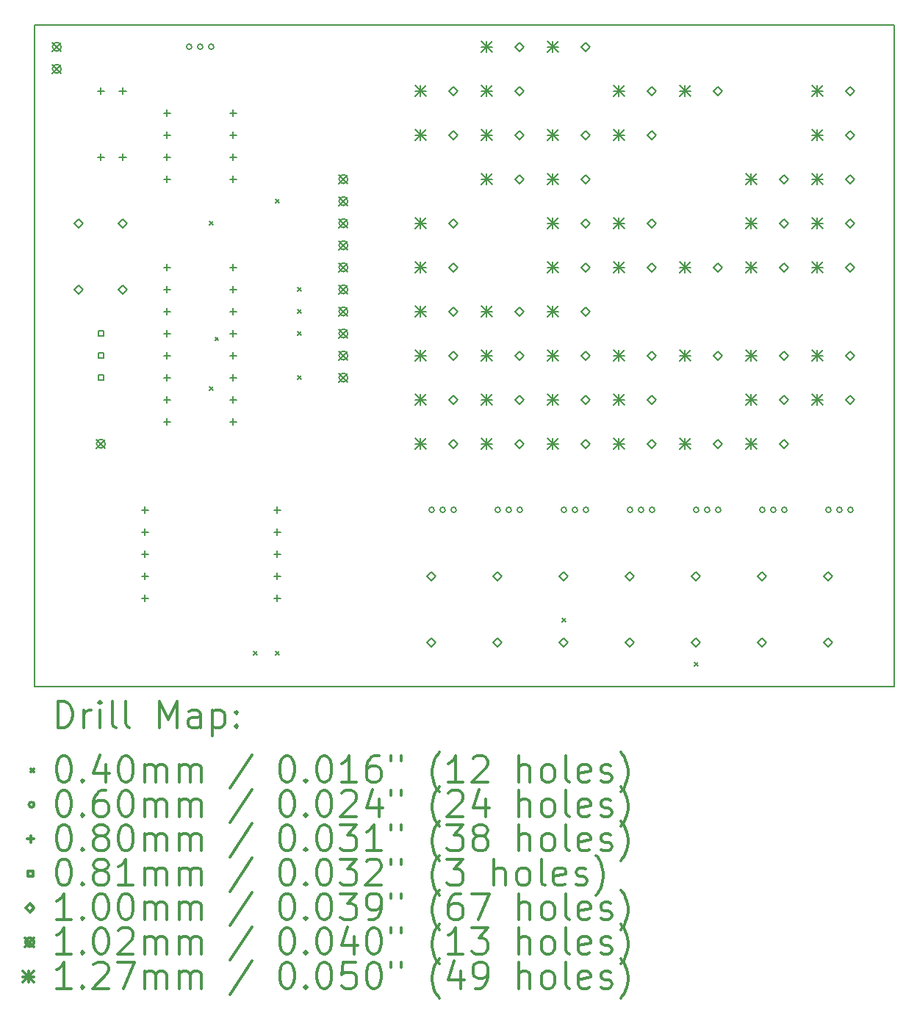
<source format=gbr>
%FSLAX45Y45*%
G04 Gerber Fmt 4.5, Leading zero omitted, Abs format (unit mm)*
G04 Created by KiCad (PCBNEW 4.0.5+dfsg1-4) date Sun May 13 10:16:08 2018*
%MOMM*%
%LPD*%
G01*
G04 APERTURE LIST*
%ADD10C,0.127000*%
%ADD11C,0.150000*%
%ADD12C,0.200000*%
%ADD13C,0.300000*%
G04 APERTURE END LIST*
D10*
D11*
X16764000Y-8636000D02*
X16764000Y-16256000D01*
X6858000Y-8636000D02*
X6858000Y-16256000D01*
X16764000Y-16256000D02*
X6858000Y-16256000D01*
X6858000Y-8636000D02*
X16764000Y-8636000D01*
D12*
X8870000Y-10902000D02*
X8910000Y-10942000D01*
X8910000Y-10902000D02*
X8870000Y-10942000D01*
X8870000Y-12807000D02*
X8910000Y-12847000D01*
X8910000Y-12807000D02*
X8870000Y-12847000D01*
X8933500Y-12235500D02*
X8973500Y-12275500D01*
X8973500Y-12235500D02*
X8933500Y-12275500D01*
X9378000Y-15855000D02*
X9418000Y-15895000D01*
X9418000Y-15855000D02*
X9378000Y-15895000D01*
X9632000Y-10648000D02*
X9672000Y-10688000D01*
X9672000Y-10648000D02*
X9632000Y-10688000D01*
X9632000Y-15855000D02*
X9672000Y-15895000D01*
X9672000Y-15855000D02*
X9632000Y-15895000D01*
X9886000Y-11664000D02*
X9926000Y-11704000D01*
X9926000Y-11664000D02*
X9886000Y-11704000D01*
X9886000Y-11918000D02*
X9926000Y-11958000D01*
X9926000Y-11918000D02*
X9886000Y-11958000D01*
X9886000Y-12172000D02*
X9926000Y-12212000D01*
X9926000Y-12172000D02*
X9886000Y-12212000D01*
X9886000Y-12680000D02*
X9926000Y-12720000D01*
X9926000Y-12680000D02*
X9886000Y-12720000D01*
X12934000Y-15474000D02*
X12974000Y-15514000D01*
X12974000Y-15474000D02*
X12934000Y-15514000D01*
X14458000Y-15982000D02*
X14498000Y-16022000D01*
X14498000Y-15982000D02*
X14458000Y-16022000D01*
X8666000Y-8890000D02*
G75*
G03X8666000Y-8890000I-30000J0D01*
G01*
X8793000Y-8890000D02*
G75*
G03X8793000Y-8890000I-30000J0D01*
G01*
X8920000Y-8890000D02*
G75*
G03X8920000Y-8890000I-30000J0D01*
G01*
X11460000Y-14224000D02*
G75*
G03X11460000Y-14224000I-30000J0D01*
G01*
X11587000Y-14224000D02*
G75*
G03X11587000Y-14224000I-30000J0D01*
G01*
X11714000Y-14224000D02*
G75*
G03X11714000Y-14224000I-30000J0D01*
G01*
X12222000Y-14224000D02*
G75*
G03X12222000Y-14224000I-30000J0D01*
G01*
X12349000Y-14224000D02*
G75*
G03X12349000Y-14224000I-30000J0D01*
G01*
X12476000Y-14224000D02*
G75*
G03X12476000Y-14224000I-30000J0D01*
G01*
X12984000Y-14224000D02*
G75*
G03X12984000Y-14224000I-30000J0D01*
G01*
X13111000Y-14224000D02*
G75*
G03X13111000Y-14224000I-30000J0D01*
G01*
X13238000Y-14224000D02*
G75*
G03X13238000Y-14224000I-30000J0D01*
G01*
X13746000Y-14224000D02*
G75*
G03X13746000Y-14224000I-30000J0D01*
G01*
X13873000Y-14224000D02*
G75*
G03X13873000Y-14224000I-30000J0D01*
G01*
X14000000Y-14224000D02*
G75*
G03X14000000Y-14224000I-30000J0D01*
G01*
X14508000Y-14224000D02*
G75*
G03X14508000Y-14224000I-30000J0D01*
G01*
X14635000Y-14224000D02*
G75*
G03X14635000Y-14224000I-30000J0D01*
G01*
X14762000Y-14224000D02*
G75*
G03X14762000Y-14224000I-30000J0D01*
G01*
X15270000Y-14224000D02*
G75*
G03X15270000Y-14224000I-30000J0D01*
G01*
X15397000Y-14224000D02*
G75*
G03X15397000Y-14224000I-30000J0D01*
G01*
X15524000Y-14224000D02*
G75*
G03X15524000Y-14224000I-30000J0D01*
G01*
X16032000Y-14224000D02*
G75*
G03X16032000Y-14224000I-30000J0D01*
G01*
X16159000Y-14224000D02*
G75*
G03X16159000Y-14224000I-30000J0D01*
G01*
X16286000Y-14224000D02*
G75*
G03X16286000Y-14224000I-30000J0D01*
G01*
X7620000Y-9358000D02*
X7620000Y-9438000D01*
X7580000Y-9398000D02*
X7660000Y-9398000D01*
X7620000Y-10120000D02*
X7620000Y-10200000D01*
X7580000Y-10160000D02*
X7660000Y-10160000D01*
X7870000Y-9358000D02*
X7870000Y-9438000D01*
X7830000Y-9398000D02*
X7910000Y-9398000D01*
X7870000Y-10120000D02*
X7870000Y-10200000D01*
X7830000Y-10160000D02*
X7910000Y-10160000D01*
X8128000Y-14184000D02*
X8128000Y-14264000D01*
X8088000Y-14224000D02*
X8168000Y-14224000D01*
X8128000Y-14438000D02*
X8128000Y-14518000D01*
X8088000Y-14478000D02*
X8168000Y-14478000D01*
X8128000Y-14692000D02*
X8128000Y-14772000D01*
X8088000Y-14732000D02*
X8168000Y-14732000D01*
X8128000Y-14946000D02*
X8128000Y-15026000D01*
X8088000Y-14986000D02*
X8168000Y-14986000D01*
X8128000Y-15200000D02*
X8128000Y-15280000D01*
X8088000Y-15240000D02*
X8168000Y-15240000D01*
X8382000Y-9612000D02*
X8382000Y-9692000D01*
X8342000Y-9652000D02*
X8422000Y-9652000D01*
X8382000Y-9866000D02*
X8382000Y-9946000D01*
X8342000Y-9906000D02*
X8422000Y-9906000D01*
X8382000Y-10120000D02*
X8382000Y-10200000D01*
X8342000Y-10160000D02*
X8422000Y-10160000D01*
X8382000Y-10374000D02*
X8382000Y-10454000D01*
X8342000Y-10414000D02*
X8422000Y-10414000D01*
X8382000Y-11390000D02*
X8382000Y-11470000D01*
X8342000Y-11430000D02*
X8422000Y-11430000D01*
X8382000Y-11644000D02*
X8382000Y-11724000D01*
X8342000Y-11684000D02*
X8422000Y-11684000D01*
X8382000Y-11898000D02*
X8382000Y-11978000D01*
X8342000Y-11938000D02*
X8422000Y-11938000D01*
X8382000Y-12152000D02*
X8382000Y-12232000D01*
X8342000Y-12192000D02*
X8422000Y-12192000D01*
X8382000Y-12406000D02*
X8382000Y-12486000D01*
X8342000Y-12446000D02*
X8422000Y-12446000D01*
X8382000Y-12660000D02*
X8382000Y-12740000D01*
X8342000Y-12700000D02*
X8422000Y-12700000D01*
X8382000Y-12914000D02*
X8382000Y-12994000D01*
X8342000Y-12954000D02*
X8422000Y-12954000D01*
X8382000Y-13168000D02*
X8382000Y-13248000D01*
X8342000Y-13208000D02*
X8422000Y-13208000D01*
X9144000Y-9612000D02*
X9144000Y-9692000D01*
X9104000Y-9652000D02*
X9184000Y-9652000D01*
X9144000Y-9866000D02*
X9144000Y-9946000D01*
X9104000Y-9906000D02*
X9184000Y-9906000D01*
X9144000Y-10120000D02*
X9144000Y-10200000D01*
X9104000Y-10160000D02*
X9184000Y-10160000D01*
X9144000Y-10374000D02*
X9144000Y-10454000D01*
X9104000Y-10414000D02*
X9184000Y-10414000D01*
X9144000Y-11390000D02*
X9144000Y-11470000D01*
X9104000Y-11430000D02*
X9184000Y-11430000D01*
X9144000Y-11644000D02*
X9144000Y-11724000D01*
X9104000Y-11684000D02*
X9184000Y-11684000D01*
X9144000Y-11898000D02*
X9144000Y-11978000D01*
X9104000Y-11938000D02*
X9184000Y-11938000D01*
X9144000Y-12152000D02*
X9144000Y-12232000D01*
X9104000Y-12192000D02*
X9184000Y-12192000D01*
X9144000Y-12406000D02*
X9144000Y-12486000D01*
X9104000Y-12446000D02*
X9184000Y-12446000D01*
X9144000Y-12660000D02*
X9144000Y-12740000D01*
X9104000Y-12700000D02*
X9184000Y-12700000D01*
X9144000Y-12914000D02*
X9144000Y-12994000D01*
X9104000Y-12954000D02*
X9184000Y-12954000D01*
X9144000Y-13168000D02*
X9144000Y-13248000D01*
X9104000Y-13208000D02*
X9184000Y-13208000D01*
X9652000Y-14184000D02*
X9652000Y-14264000D01*
X9612000Y-14224000D02*
X9692000Y-14224000D01*
X9652000Y-14438000D02*
X9652000Y-14518000D01*
X9612000Y-14478000D02*
X9692000Y-14478000D01*
X9652000Y-14692000D02*
X9652000Y-14772000D01*
X9612000Y-14732000D02*
X9692000Y-14732000D01*
X9652000Y-14946000D02*
X9652000Y-15026000D01*
X9612000Y-14986000D02*
X9692000Y-14986000D01*
X9652000Y-15200000D02*
X9652000Y-15280000D01*
X9612000Y-15240000D02*
X9692000Y-15240000D01*
X7648737Y-12220737D02*
X7648737Y-12163263D01*
X7591263Y-12163263D01*
X7591263Y-12220737D01*
X7648737Y-12220737D01*
X7648737Y-12474737D02*
X7648737Y-12417263D01*
X7591263Y-12417263D01*
X7591263Y-12474737D01*
X7648737Y-12474737D01*
X7648737Y-12728737D02*
X7648737Y-12671263D01*
X7591263Y-12671263D01*
X7591263Y-12728737D01*
X7648737Y-12728737D01*
X7366000Y-10972038D02*
X7416038Y-10922000D01*
X7366000Y-10871962D01*
X7315962Y-10922000D01*
X7366000Y-10972038D01*
X7366000Y-11734038D02*
X7416038Y-11684000D01*
X7366000Y-11633962D01*
X7315962Y-11684000D01*
X7366000Y-11734038D01*
X7874000Y-10972038D02*
X7924038Y-10922000D01*
X7874000Y-10871962D01*
X7823962Y-10922000D01*
X7874000Y-10972038D01*
X7874000Y-11734038D02*
X7924038Y-11684000D01*
X7874000Y-11633962D01*
X7823962Y-11684000D01*
X7874000Y-11734038D01*
X11430000Y-15036038D02*
X11480038Y-14986000D01*
X11430000Y-14935962D01*
X11379962Y-14986000D01*
X11430000Y-15036038D01*
X11430000Y-15798038D02*
X11480038Y-15748000D01*
X11430000Y-15697962D01*
X11379962Y-15748000D01*
X11430000Y-15798038D01*
X11684000Y-9448038D02*
X11734038Y-9398000D01*
X11684000Y-9347962D01*
X11633962Y-9398000D01*
X11684000Y-9448038D01*
X11684000Y-9956038D02*
X11734038Y-9906000D01*
X11684000Y-9855962D01*
X11633962Y-9906000D01*
X11684000Y-9956038D01*
X11684000Y-10972038D02*
X11734038Y-10922000D01*
X11684000Y-10871962D01*
X11633962Y-10922000D01*
X11684000Y-10972038D01*
X11684000Y-11480038D02*
X11734038Y-11430000D01*
X11684000Y-11379962D01*
X11633962Y-11430000D01*
X11684000Y-11480038D01*
X11684000Y-11988038D02*
X11734038Y-11938000D01*
X11684000Y-11887962D01*
X11633962Y-11938000D01*
X11684000Y-11988038D01*
X11684000Y-12496038D02*
X11734038Y-12446000D01*
X11684000Y-12395962D01*
X11633962Y-12446000D01*
X11684000Y-12496038D01*
X11684000Y-13004038D02*
X11734038Y-12954000D01*
X11684000Y-12903962D01*
X11633962Y-12954000D01*
X11684000Y-13004038D01*
X11684000Y-13512038D02*
X11734038Y-13462000D01*
X11684000Y-13411962D01*
X11633962Y-13462000D01*
X11684000Y-13512038D01*
X12192000Y-15036038D02*
X12242038Y-14986000D01*
X12192000Y-14935962D01*
X12141962Y-14986000D01*
X12192000Y-15036038D01*
X12192000Y-15798038D02*
X12242038Y-15748000D01*
X12192000Y-15697962D01*
X12141962Y-15748000D01*
X12192000Y-15798038D01*
X12446000Y-8940038D02*
X12496038Y-8890000D01*
X12446000Y-8839962D01*
X12395962Y-8890000D01*
X12446000Y-8940038D01*
X12446000Y-9448038D02*
X12496038Y-9398000D01*
X12446000Y-9347962D01*
X12395962Y-9398000D01*
X12446000Y-9448038D01*
X12446000Y-9956038D02*
X12496038Y-9906000D01*
X12446000Y-9855962D01*
X12395962Y-9906000D01*
X12446000Y-9956038D01*
X12446000Y-10464038D02*
X12496038Y-10414000D01*
X12446000Y-10363962D01*
X12395962Y-10414000D01*
X12446000Y-10464038D01*
X12446000Y-11988038D02*
X12496038Y-11938000D01*
X12446000Y-11887962D01*
X12395962Y-11938000D01*
X12446000Y-11988038D01*
X12446000Y-12496038D02*
X12496038Y-12446000D01*
X12446000Y-12395962D01*
X12395962Y-12446000D01*
X12446000Y-12496038D01*
X12446000Y-13004038D02*
X12496038Y-12954000D01*
X12446000Y-12903962D01*
X12395962Y-12954000D01*
X12446000Y-13004038D01*
X12446000Y-13512038D02*
X12496038Y-13462000D01*
X12446000Y-13411962D01*
X12395962Y-13462000D01*
X12446000Y-13512038D01*
X12954000Y-15036038D02*
X13004038Y-14986000D01*
X12954000Y-14935962D01*
X12903962Y-14986000D01*
X12954000Y-15036038D01*
X12954000Y-15798038D02*
X13004038Y-15748000D01*
X12954000Y-15697962D01*
X12903962Y-15748000D01*
X12954000Y-15798038D01*
X13208000Y-8940038D02*
X13258038Y-8890000D01*
X13208000Y-8839962D01*
X13157962Y-8890000D01*
X13208000Y-8940038D01*
X13208000Y-9956038D02*
X13258038Y-9906000D01*
X13208000Y-9855962D01*
X13157962Y-9906000D01*
X13208000Y-9956038D01*
X13208000Y-10464038D02*
X13258038Y-10414000D01*
X13208000Y-10363962D01*
X13157962Y-10414000D01*
X13208000Y-10464038D01*
X13208000Y-10972038D02*
X13258038Y-10922000D01*
X13208000Y-10871962D01*
X13157962Y-10922000D01*
X13208000Y-10972038D01*
X13208000Y-11480038D02*
X13258038Y-11430000D01*
X13208000Y-11379962D01*
X13157962Y-11430000D01*
X13208000Y-11480038D01*
X13208000Y-11988038D02*
X13258038Y-11938000D01*
X13208000Y-11887962D01*
X13157962Y-11938000D01*
X13208000Y-11988038D01*
X13208000Y-12496038D02*
X13258038Y-12446000D01*
X13208000Y-12395962D01*
X13157962Y-12446000D01*
X13208000Y-12496038D01*
X13208000Y-13004038D02*
X13258038Y-12954000D01*
X13208000Y-12903962D01*
X13157962Y-12954000D01*
X13208000Y-13004038D01*
X13208000Y-13512038D02*
X13258038Y-13462000D01*
X13208000Y-13411962D01*
X13157962Y-13462000D01*
X13208000Y-13512038D01*
X13716000Y-15036038D02*
X13766038Y-14986000D01*
X13716000Y-14935962D01*
X13665962Y-14986000D01*
X13716000Y-15036038D01*
X13716000Y-15798038D02*
X13766038Y-15748000D01*
X13716000Y-15697962D01*
X13665962Y-15748000D01*
X13716000Y-15798038D01*
X13970000Y-9448038D02*
X14020038Y-9398000D01*
X13970000Y-9347962D01*
X13919962Y-9398000D01*
X13970000Y-9448038D01*
X13970000Y-9956038D02*
X14020038Y-9906000D01*
X13970000Y-9855962D01*
X13919962Y-9906000D01*
X13970000Y-9956038D01*
X13970000Y-10972038D02*
X14020038Y-10922000D01*
X13970000Y-10871962D01*
X13919962Y-10922000D01*
X13970000Y-10972038D01*
X13970000Y-11480038D02*
X14020038Y-11430000D01*
X13970000Y-11379962D01*
X13919962Y-11430000D01*
X13970000Y-11480038D01*
X13970000Y-12496038D02*
X14020038Y-12446000D01*
X13970000Y-12395962D01*
X13919962Y-12446000D01*
X13970000Y-12496038D01*
X13970000Y-13004038D02*
X14020038Y-12954000D01*
X13970000Y-12903962D01*
X13919962Y-12954000D01*
X13970000Y-13004038D01*
X13970000Y-13512038D02*
X14020038Y-13462000D01*
X13970000Y-13411962D01*
X13919962Y-13462000D01*
X13970000Y-13512038D01*
X14478000Y-15036038D02*
X14528038Y-14986000D01*
X14478000Y-14935962D01*
X14427962Y-14986000D01*
X14478000Y-15036038D01*
X14478000Y-15798038D02*
X14528038Y-15748000D01*
X14478000Y-15697962D01*
X14427962Y-15748000D01*
X14478000Y-15798038D01*
X14732000Y-9448038D02*
X14782038Y-9398000D01*
X14732000Y-9347962D01*
X14681962Y-9398000D01*
X14732000Y-9448038D01*
X14732000Y-11480038D02*
X14782038Y-11430000D01*
X14732000Y-11379962D01*
X14681962Y-11430000D01*
X14732000Y-11480038D01*
X14732000Y-12496038D02*
X14782038Y-12446000D01*
X14732000Y-12395962D01*
X14681962Y-12446000D01*
X14732000Y-12496038D01*
X14732000Y-13512038D02*
X14782038Y-13462000D01*
X14732000Y-13411962D01*
X14681962Y-13462000D01*
X14732000Y-13512038D01*
X15240000Y-15036038D02*
X15290038Y-14986000D01*
X15240000Y-14935962D01*
X15189962Y-14986000D01*
X15240000Y-15036038D01*
X15240000Y-15798038D02*
X15290038Y-15748000D01*
X15240000Y-15697962D01*
X15189962Y-15748000D01*
X15240000Y-15798038D01*
X15494000Y-10464038D02*
X15544038Y-10414000D01*
X15494000Y-10363962D01*
X15443962Y-10414000D01*
X15494000Y-10464038D01*
X15494000Y-10972038D02*
X15544038Y-10922000D01*
X15494000Y-10871962D01*
X15443962Y-10922000D01*
X15494000Y-10972038D01*
X15494000Y-11480038D02*
X15544038Y-11430000D01*
X15494000Y-11379962D01*
X15443962Y-11430000D01*
X15494000Y-11480038D01*
X15494000Y-12496038D02*
X15544038Y-12446000D01*
X15494000Y-12395962D01*
X15443962Y-12446000D01*
X15494000Y-12496038D01*
X15494000Y-13004038D02*
X15544038Y-12954000D01*
X15494000Y-12903962D01*
X15443962Y-12954000D01*
X15494000Y-13004038D01*
X15494000Y-13512038D02*
X15544038Y-13462000D01*
X15494000Y-13411962D01*
X15443962Y-13462000D01*
X15494000Y-13512038D01*
X16002000Y-15036038D02*
X16052038Y-14986000D01*
X16002000Y-14935962D01*
X15951962Y-14986000D01*
X16002000Y-15036038D01*
X16002000Y-15798038D02*
X16052038Y-15748000D01*
X16002000Y-15697962D01*
X15951962Y-15748000D01*
X16002000Y-15798038D01*
X16256000Y-9448038D02*
X16306038Y-9398000D01*
X16256000Y-9347962D01*
X16205962Y-9398000D01*
X16256000Y-9448038D01*
X16256000Y-9956038D02*
X16306038Y-9906000D01*
X16256000Y-9855962D01*
X16205962Y-9906000D01*
X16256000Y-9956038D01*
X16256000Y-10464038D02*
X16306038Y-10414000D01*
X16256000Y-10363962D01*
X16205962Y-10414000D01*
X16256000Y-10464038D01*
X16256000Y-10972038D02*
X16306038Y-10922000D01*
X16256000Y-10871962D01*
X16205962Y-10922000D01*
X16256000Y-10972038D01*
X16256000Y-11480038D02*
X16306038Y-11430000D01*
X16256000Y-11379962D01*
X16205962Y-11430000D01*
X16256000Y-11480038D01*
X16256000Y-12496038D02*
X16306038Y-12446000D01*
X16256000Y-12395962D01*
X16205962Y-12446000D01*
X16256000Y-12496038D01*
X16256000Y-13004038D02*
X16306038Y-12954000D01*
X16256000Y-12903962D01*
X16205962Y-12954000D01*
X16256000Y-13004038D01*
X7061200Y-8839200D02*
X7162800Y-8940800D01*
X7162800Y-8839200D02*
X7061200Y-8940800D01*
X7162800Y-8890000D02*
G75*
G03X7162800Y-8890000I-50800J0D01*
G01*
X7061200Y-9093200D02*
X7162800Y-9194800D01*
X7162800Y-9093200D02*
X7061200Y-9194800D01*
X7162800Y-9144000D02*
G75*
G03X7162800Y-9144000I-50800J0D01*
G01*
X7569200Y-13411200D02*
X7670800Y-13512800D01*
X7670800Y-13411200D02*
X7569200Y-13512800D01*
X7670800Y-13462000D02*
G75*
G03X7670800Y-13462000I-50800J0D01*
G01*
X10363200Y-10363200D02*
X10464800Y-10464800D01*
X10464800Y-10363200D02*
X10363200Y-10464800D01*
X10464800Y-10414000D02*
G75*
G03X10464800Y-10414000I-50800J0D01*
G01*
X10363200Y-10617200D02*
X10464800Y-10718800D01*
X10464800Y-10617200D02*
X10363200Y-10718800D01*
X10464800Y-10668000D02*
G75*
G03X10464800Y-10668000I-50800J0D01*
G01*
X10363200Y-10871200D02*
X10464800Y-10972800D01*
X10464800Y-10871200D02*
X10363200Y-10972800D01*
X10464800Y-10922000D02*
G75*
G03X10464800Y-10922000I-50800J0D01*
G01*
X10363200Y-11125200D02*
X10464800Y-11226800D01*
X10464800Y-11125200D02*
X10363200Y-11226800D01*
X10464800Y-11176000D02*
G75*
G03X10464800Y-11176000I-50800J0D01*
G01*
X10363200Y-11379200D02*
X10464800Y-11480800D01*
X10464800Y-11379200D02*
X10363200Y-11480800D01*
X10464800Y-11430000D02*
G75*
G03X10464800Y-11430000I-50800J0D01*
G01*
X10363200Y-11633200D02*
X10464800Y-11734800D01*
X10464800Y-11633200D02*
X10363200Y-11734800D01*
X10464800Y-11684000D02*
G75*
G03X10464800Y-11684000I-50800J0D01*
G01*
X10363200Y-11887200D02*
X10464800Y-11988800D01*
X10464800Y-11887200D02*
X10363200Y-11988800D01*
X10464800Y-11938000D02*
G75*
G03X10464800Y-11938000I-50800J0D01*
G01*
X10363200Y-12141200D02*
X10464800Y-12242800D01*
X10464800Y-12141200D02*
X10363200Y-12242800D01*
X10464800Y-12192000D02*
G75*
G03X10464800Y-12192000I-50800J0D01*
G01*
X10363200Y-12395200D02*
X10464800Y-12496800D01*
X10464800Y-12395200D02*
X10363200Y-12496800D01*
X10464800Y-12446000D02*
G75*
G03X10464800Y-12446000I-50800J0D01*
G01*
X10363200Y-12649200D02*
X10464800Y-12750800D01*
X10464800Y-12649200D02*
X10363200Y-12750800D01*
X10464800Y-12700000D02*
G75*
G03X10464800Y-12700000I-50800J0D01*
G01*
X11239500Y-9334500D02*
X11366500Y-9461500D01*
X11366500Y-9334500D02*
X11239500Y-9461500D01*
X11303000Y-9334500D02*
X11303000Y-9461500D01*
X11239500Y-9398000D02*
X11366500Y-9398000D01*
X11239500Y-9842500D02*
X11366500Y-9969500D01*
X11366500Y-9842500D02*
X11239500Y-9969500D01*
X11303000Y-9842500D02*
X11303000Y-9969500D01*
X11239500Y-9906000D02*
X11366500Y-9906000D01*
X11239500Y-10858500D02*
X11366500Y-10985500D01*
X11366500Y-10858500D02*
X11239500Y-10985500D01*
X11303000Y-10858500D02*
X11303000Y-10985500D01*
X11239500Y-10922000D02*
X11366500Y-10922000D01*
X11239500Y-11366500D02*
X11366500Y-11493500D01*
X11366500Y-11366500D02*
X11239500Y-11493500D01*
X11303000Y-11366500D02*
X11303000Y-11493500D01*
X11239500Y-11430000D02*
X11366500Y-11430000D01*
X11239500Y-11874500D02*
X11366500Y-12001500D01*
X11366500Y-11874500D02*
X11239500Y-12001500D01*
X11303000Y-11874500D02*
X11303000Y-12001500D01*
X11239500Y-11938000D02*
X11366500Y-11938000D01*
X11239500Y-12382500D02*
X11366500Y-12509500D01*
X11366500Y-12382500D02*
X11239500Y-12509500D01*
X11303000Y-12382500D02*
X11303000Y-12509500D01*
X11239500Y-12446000D02*
X11366500Y-12446000D01*
X11239500Y-12890500D02*
X11366500Y-13017500D01*
X11366500Y-12890500D02*
X11239500Y-13017500D01*
X11303000Y-12890500D02*
X11303000Y-13017500D01*
X11239500Y-12954000D02*
X11366500Y-12954000D01*
X11239500Y-13398500D02*
X11366500Y-13525500D01*
X11366500Y-13398500D02*
X11239500Y-13525500D01*
X11303000Y-13398500D02*
X11303000Y-13525500D01*
X11239500Y-13462000D02*
X11366500Y-13462000D01*
X12001500Y-8826500D02*
X12128500Y-8953500D01*
X12128500Y-8826500D02*
X12001500Y-8953500D01*
X12065000Y-8826500D02*
X12065000Y-8953500D01*
X12001500Y-8890000D02*
X12128500Y-8890000D01*
X12001500Y-9334500D02*
X12128500Y-9461500D01*
X12128500Y-9334500D02*
X12001500Y-9461500D01*
X12065000Y-9334500D02*
X12065000Y-9461500D01*
X12001500Y-9398000D02*
X12128500Y-9398000D01*
X12001500Y-9842500D02*
X12128500Y-9969500D01*
X12128500Y-9842500D02*
X12001500Y-9969500D01*
X12065000Y-9842500D02*
X12065000Y-9969500D01*
X12001500Y-9906000D02*
X12128500Y-9906000D01*
X12001500Y-10350500D02*
X12128500Y-10477500D01*
X12128500Y-10350500D02*
X12001500Y-10477500D01*
X12065000Y-10350500D02*
X12065000Y-10477500D01*
X12001500Y-10414000D02*
X12128500Y-10414000D01*
X12001500Y-11874500D02*
X12128500Y-12001500D01*
X12128500Y-11874500D02*
X12001500Y-12001500D01*
X12065000Y-11874500D02*
X12065000Y-12001500D01*
X12001500Y-11938000D02*
X12128500Y-11938000D01*
X12001500Y-12382500D02*
X12128500Y-12509500D01*
X12128500Y-12382500D02*
X12001500Y-12509500D01*
X12065000Y-12382500D02*
X12065000Y-12509500D01*
X12001500Y-12446000D02*
X12128500Y-12446000D01*
X12001500Y-12890500D02*
X12128500Y-13017500D01*
X12128500Y-12890500D02*
X12001500Y-13017500D01*
X12065000Y-12890500D02*
X12065000Y-13017500D01*
X12001500Y-12954000D02*
X12128500Y-12954000D01*
X12001500Y-13398500D02*
X12128500Y-13525500D01*
X12128500Y-13398500D02*
X12001500Y-13525500D01*
X12065000Y-13398500D02*
X12065000Y-13525500D01*
X12001500Y-13462000D02*
X12128500Y-13462000D01*
X12763500Y-8826500D02*
X12890500Y-8953500D01*
X12890500Y-8826500D02*
X12763500Y-8953500D01*
X12827000Y-8826500D02*
X12827000Y-8953500D01*
X12763500Y-8890000D02*
X12890500Y-8890000D01*
X12763500Y-9842500D02*
X12890500Y-9969500D01*
X12890500Y-9842500D02*
X12763500Y-9969500D01*
X12827000Y-9842500D02*
X12827000Y-9969500D01*
X12763500Y-9906000D02*
X12890500Y-9906000D01*
X12763500Y-10350500D02*
X12890500Y-10477500D01*
X12890500Y-10350500D02*
X12763500Y-10477500D01*
X12827000Y-10350500D02*
X12827000Y-10477500D01*
X12763500Y-10414000D02*
X12890500Y-10414000D01*
X12763500Y-10858500D02*
X12890500Y-10985500D01*
X12890500Y-10858500D02*
X12763500Y-10985500D01*
X12827000Y-10858500D02*
X12827000Y-10985500D01*
X12763500Y-10922000D02*
X12890500Y-10922000D01*
X12763500Y-11366500D02*
X12890500Y-11493500D01*
X12890500Y-11366500D02*
X12763500Y-11493500D01*
X12827000Y-11366500D02*
X12827000Y-11493500D01*
X12763500Y-11430000D02*
X12890500Y-11430000D01*
X12763500Y-11874500D02*
X12890500Y-12001500D01*
X12890500Y-11874500D02*
X12763500Y-12001500D01*
X12827000Y-11874500D02*
X12827000Y-12001500D01*
X12763500Y-11938000D02*
X12890500Y-11938000D01*
X12763500Y-12382500D02*
X12890500Y-12509500D01*
X12890500Y-12382500D02*
X12763500Y-12509500D01*
X12827000Y-12382500D02*
X12827000Y-12509500D01*
X12763500Y-12446000D02*
X12890500Y-12446000D01*
X12763500Y-12890500D02*
X12890500Y-13017500D01*
X12890500Y-12890500D02*
X12763500Y-13017500D01*
X12827000Y-12890500D02*
X12827000Y-13017500D01*
X12763500Y-12954000D02*
X12890500Y-12954000D01*
X12763500Y-13398500D02*
X12890500Y-13525500D01*
X12890500Y-13398500D02*
X12763500Y-13525500D01*
X12827000Y-13398500D02*
X12827000Y-13525500D01*
X12763500Y-13462000D02*
X12890500Y-13462000D01*
X13525500Y-9334500D02*
X13652500Y-9461500D01*
X13652500Y-9334500D02*
X13525500Y-9461500D01*
X13589000Y-9334500D02*
X13589000Y-9461500D01*
X13525500Y-9398000D02*
X13652500Y-9398000D01*
X13525500Y-9842500D02*
X13652500Y-9969500D01*
X13652500Y-9842500D02*
X13525500Y-9969500D01*
X13589000Y-9842500D02*
X13589000Y-9969500D01*
X13525500Y-9906000D02*
X13652500Y-9906000D01*
X13525500Y-10858500D02*
X13652500Y-10985500D01*
X13652500Y-10858500D02*
X13525500Y-10985500D01*
X13589000Y-10858500D02*
X13589000Y-10985500D01*
X13525500Y-10922000D02*
X13652500Y-10922000D01*
X13525500Y-11366500D02*
X13652500Y-11493500D01*
X13652500Y-11366500D02*
X13525500Y-11493500D01*
X13589000Y-11366500D02*
X13589000Y-11493500D01*
X13525500Y-11430000D02*
X13652500Y-11430000D01*
X13525500Y-12382500D02*
X13652500Y-12509500D01*
X13652500Y-12382500D02*
X13525500Y-12509500D01*
X13589000Y-12382500D02*
X13589000Y-12509500D01*
X13525500Y-12446000D02*
X13652500Y-12446000D01*
X13525500Y-12890500D02*
X13652500Y-13017500D01*
X13652500Y-12890500D02*
X13525500Y-13017500D01*
X13589000Y-12890500D02*
X13589000Y-13017500D01*
X13525500Y-12954000D02*
X13652500Y-12954000D01*
X13525500Y-13398500D02*
X13652500Y-13525500D01*
X13652500Y-13398500D02*
X13525500Y-13525500D01*
X13589000Y-13398500D02*
X13589000Y-13525500D01*
X13525500Y-13462000D02*
X13652500Y-13462000D01*
X14287500Y-9334500D02*
X14414500Y-9461500D01*
X14414500Y-9334500D02*
X14287500Y-9461500D01*
X14351000Y-9334500D02*
X14351000Y-9461500D01*
X14287500Y-9398000D02*
X14414500Y-9398000D01*
X14287500Y-11366500D02*
X14414500Y-11493500D01*
X14414500Y-11366500D02*
X14287500Y-11493500D01*
X14351000Y-11366500D02*
X14351000Y-11493500D01*
X14287500Y-11430000D02*
X14414500Y-11430000D01*
X14287500Y-12382500D02*
X14414500Y-12509500D01*
X14414500Y-12382500D02*
X14287500Y-12509500D01*
X14351000Y-12382500D02*
X14351000Y-12509500D01*
X14287500Y-12446000D02*
X14414500Y-12446000D01*
X14287500Y-13398500D02*
X14414500Y-13525500D01*
X14414500Y-13398500D02*
X14287500Y-13525500D01*
X14351000Y-13398500D02*
X14351000Y-13525500D01*
X14287500Y-13462000D02*
X14414500Y-13462000D01*
X15049500Y-10350500D02*
X15176500Y-10477500D01*
X15176500Y-10350500D02*
X15049500Y-10477500D01*
X15113000Y-10350500D02*
X15113000Y-10477500D01*
X15049500Y-10414000D02*
X15176500Y-10414000D01*
X15049500Y-10858500D02*
X15176500Y-10985500D01*
X15176500Y-10858500D02*
X15049500Y-10985500D01*
X15113000Y-10858500D02*
X15113000Y-10985500D01*
X15049500Y-10922000D02*
X15176500Y-10922000D01*
X15049500Y-11366500D02*
X15176500Y-11493500D01*
X15176500Y-11366500D02*
X15049500Y-11493500D01*
X15113000Y-11366500D02*
X15113000Y-11493500D01*
X15049500Y-11430000D02*
X15176500Y-11430000D01*
X15049500Y-12382500D02*
X15176500Y-12509500D01*
X15176500Y-12382500D02*
X15049500Y-12509500D01*
X15113000Y-12382500D02*
X15113000Y-12509500D01*
X15049500Y-12446000D02*
X15176500Y-12446000D01*
X15049500Y-12890500D02*
X15176500Y-13017500D01*
X15176500Y-12890500D02*
X15049500Y-13017500D01*
X15113000Y-12890500D02*
X15113000Y-13017500D01*
X15049500Y-12954000D02*
X15176500Y-12954000D01*
X15049500Y-13398500D02*
X15176500Y-13525500D01*
X15176500Y-13398500D02*
X15049500Y-13525500D01*
X15113000Y-13398500D02*
X15113000Y-13525500D01*
X15049500Y-13462000D02*
X15176500Y-13462000D01*
X15811500Y-9334500D02*
X15938500Y-9461500D01*
X15938500Y-9334500D02*
X15811500Y-9461500D01*
X15875000Y-9334500D02*
X15875000Y-9461500D01*
X15811500Y-9398000D02*
X15938500Y-9398000D01*
X15811500Y-9842500D02*
X15938500Y-9969500D01*
X15938500Y-9842500D02*
X15811500Y-9969500D01*
X15875000Y-9842500D02*
X15875000Y-9969500D01*
X15811500Y-9906000D02*
X15938500Y-9906000D01*
X15811500Y-10350500D02*
X15938500Y-10477500D01*
X15938500Y-10350500D02*
X15811500Y-10477500D01*
X15875000Y-10350500D02*
X15875000Y-10477500D01*
X15811500Y-10414000D02*
X15938500Y-10414000D01*
X15811500Y-10858500D02*
X15938500Y-10985500D01*
X15938500Y-10858500D02*
X15811500Y-10985500D01*
X15875000Y-10858500D02*
X15875000Y-10985500D01*
X15811500Y-10922000D02*
X15938500Y-10922000D01*
X15811500Y-11366500D02*
X15938500Y-11493500D01*
X15938500Y-11366500D02*
X15811500Y-11493500D01*
X15875000Y-11366500D02*
X15875000Y-11493500D01*
X15811500Y-11430000D02*
X15938500Y-11430000D01*
X15811500Y-12382500D02*
X15938500Y-12509500D01*
X15938500Y-12382500D02*
X15811500Y-12509500D01*
X15875000Y-12382500D02*
X15875000Y-12509500D01*
X15811500Y-12446000D02*
X15938500Y-12446000D01*
X15811500Y-12890500D02*
X15938500Y-13017500D01*
X15938500Y-12890500D02*
X15811500Y-13017500D01*
X15875000Y-12890500D02*
X15875000Y-13017500D01*
X15811500Y-12954000D02*
X15938500Y-12954000D01*
D13*
X7121928Y-16729214D02*
X7121928Y-16429214D01*
X7193357Y-16429214D01*
X7236214Y-16443500D01*
X7264786Y-16472071D01*
X7279071Y-16500643D01*
X7293357Y-16557786D01*
X7293357Y-16600643D01*
X7279071Y-16657786D01*
X7264786Y-16686357D01*
X7236214Y-16714929D01*
X7193357Y-16729214D01*
X7121928Y-16729214D01*
X7421928Y-16729214D02*
X7421928Y-16529214D01*
X7421928Y-16586357D02*
X7436214Y-16557786D01*
X7450500Y-16543500D01*
X7479071Y-16529214D01*
X7507643Y-16529214D01*
X7607643Y-16729214D02*
X7607643Y-16529214D01*
X7607643Y-16429214D02*
X7593357Y-16443500D01*
X7607643Y-16457786D01*
X7621928Y-16443500D01*
X7607643Y-16429214D01*
X7607643Y-16457786D01*
X7793357Y-16729214D02*
X7764786Y-16714929D01*
X7750500Y-16686357D01*
X7750500Y-16429214D01*
X7950500Y-16729214D02*
X7921928Y-16714929D01*
X7907643Y-16686357D01*
X7907643Y-16429214D01*
X8293357Y-16729214D02*
X8293357Y-16429214D01*
X8393357Y-16643500D01*
X8493357Y-16429214D01*
X8493357Y-16729214D01*
X8764786Y-16729214D02*
X8764786Y-16572071D01*
X8750500Y-16543500D01*
X8721929Y-16529214D01*
X8664786Y-16529214D01*
X8636214Y-16543500D01*
X8764786Y-16714929D02*
X8736214Y-16729214D01*
X8664786Y-16729214D01*
X8636214Y-16714929D01*
X8621929Y-16686357D01*
X8621929Y-16657786D01*
X8636214Y-16629214D01*
X8664786Y-16614929D01*
X8736214Y-16614929D01*
X8764786Y-16600643D01*
X8907643Y-16529214D02*
X8907643Y-16829214D01*
X8907643Y-16543500D02*
X8936214Y-16529214D01*
X8993357Y-16529214D01*
X9021929Y-16543500D01*
X9036214Y-16557786D01*
X9050500Y-16586357D01*
X9050500Y-16672071D01*
X9036214Y-16700643D01*
X9021929Y-16714929D01*
X8993357Y-16729214D01*
X8936214Y-16729214D01*
X8907643Y-16714929D01*
X9179071Y-16700643D02*
X9193357Y-16714929D01*
X9179071Y-16729214D01*
X9164786Y-16714929D01*
X9179071Y-16700643D01*
X9179071Y-16729214D01*
X9179071Y-16543500D02*
X9193357Y-16557786D01*
X9179071Y-16572071D01*
X9164786Y-16557786D01*
X9179071Y-16543500D01*
X9179071Y-16572071D01*
X6810500Y-17203500D02*
X6850500Y-17243500D01*
X6850500Y-17203500D02*
X6810500Y-17243500D01*
X7179071Y-17059214D02*
X7207643Y-17059214D01*
X7236214Y-17073500D01*
X7250500Y-17087786D01*
X7264786Y-17116357D01*
X7279071Y-17173500D01*
X7279071Y-17244929D01*
X7264786Y-17302072D01*
X7250500Y-17330643D01*
X7236214Y-17344929D01*
X7207643Y-17359214D01*
X7179071Y-17359214D01*
X7150500Y-17344929D01*
X7136214Y-17330643D01*
X7121928Y-17302072D01*
X7107643Y-17244929D01*
X7107643Y-17173500D01*
X7121928Y-17116357D01*
X7136214Y-17087786D01*
X7150500Y-17073500D01*
X7179071Y-17059214D01*
X7407643Y-17330643D02*
X7421928Y-17344929D01*
X7407643Y-17359214D01*
X7393357Y-17344929D01*
X7407643Y-17330643D01*
X7407643Y-17359214D01*
X7679071Y-17159214D02*
X7679071Y-17359214D01*
X7607643Y-17044929D02*
X7536214Y-17259214D01*
X7721928Y-17259214D01*
X7893357Y-17059214D02*
X7921928Y-17059214D01*
X7950500Y-17073500D01*
X7964786Y-17087786D01*
X7979071Y-17116357D01*
X7993357Y-17173500D01*
X7993357Y-17244929D01*
X7979071Y-17302072D01*
X7964786Y-17330643D01*
X7950500Y-17344929D01*
X7921928Y-17359214D01*
X7893357Y-17359214D01*
X7864786Y-17344929D01*
X7850500Y-17330643D01*
X7836214Y-17302072D01*
X7821928Y-17244929D01*
X7821928Y-17173500D01*
X7836214Y-17116357D01*
X7850500Y-17087786D01*
X7864786Y-17073500D01*
X7893357Y-17059214D01*
X8121928Y-17359214D02*
X8121928Y-17159214D01*
X8121928Y-17187786D02*
X8136214Y-17173500D01*
X8164786Y-17159214D01*
X8207643Y-17159214D01*
X8236214Y-17173500D01*
X8250500Y-17202072D01*
X8250500Y-17359214D01*
X8250500Y-17202072D02*
X8264786Y-17173500D01*
X8293357Y-17159214D01*
X8336214Y-17159214D01*
X8364786Y-17173500D01*
X8379071Y-17202072D01*
X8379071Y-17359214D01*
X8521929Y-17359214D02*
X8521929Y-17159214D01*
X8521929Y-17187786D02*
X8536214Y-17173500D01*
X8564786Y-17159214D01*
X8607643Y-17159214D01*
X8636214Y-17173500D01*
X8650500Y-17202072D01*
X8650500Y-17359214D01*
X8650500Y-17202072D02*
X8664786Y-17173500D01*
X8693357Y-17159214D01*
X8736214Y-17159214D01*
X8764786Y-17173500D01*
X8779071Y-17202072D01*
X8779071Y-17359214D01*
X9364786Y-17044929D02*
X9107643Y-17430643D01*
X9750500Y-17059214D02*
X9779071Y-17059214D01*
X9807643Y-17073500D01*
X9821928Y-17087786D01*
X9836214Y-17116357D01*
X9850500Y-17173500D01*
X9850500Y-17244929D01*
X9836214Y-17302072D01*
X9821928Y-17330643D01*
X9807643Y-17344929D01*
X9779071Y-17359214D01*
X9750500Y-17359214D01*
X9721928Y-17344929D01*
X9707643Y-17330643D01*
X9693357Y-17302072D01*
X9679071Y-17244929D01*
X9679071Y-17173500D01*
X9693357Y-17116357D01*
X9707643Y-17087786D01*
X9721928Y-17073500D01*
X9750500Y-17059214D01*
X9979071Y-17330643D02*
X9993357Y-17344929D01*
X9979071Y-17359214D01*
X9964786Y-17344929D01*
X9979071Y-17330643D01*
X9979071Y-17359214D01*
X10179071Y-17059214D02*
X10207643Y-17059214D01*
X10236214Y-17073500D01*
X10250500Y-17087786D01*
X10264786Y-17116357D01*
X10279071Y-17173500D01*
X10279071Y-17244929D01*
X10264786Y-17302072D01*
X10250500Y-17330643D01*
X10236214Y-17344929D01*
X10207643Y-17359214D01*
X10179071Y-17359214D01*
X10150500Y-17344929D01*
X10136214Y-17330643D01*
X10121928Y-17302072D01*
X10107643Y-17244929D01*
X10107643Y-17173500D01*
X10121928Y-17116357D01*
X10136214Y-17087786D01*
X10150500Y-17073500D01*
X10179071Y-17059214D01*
X10564786Y-17359214D02*
X10393357Y-17359214D01*
X10479071Y-17359214D02*
X10479071Y-17059214D01*
X10450500Y-17102072D01*
X10421928Y-17130643D01*
X10393357Y-17144929D01*
X10821928Y-17059214D02*
X10764786Y-17059214D01*
X10736214Y-17073500D01*
X10721928Y-17087786D01*
X10693357Y-17130643D01*
X10679071Y-17187786D01*
X10679071Y-17302072D01*
X10693357Y-17330643D01*
X10707643Y-17344929D01*
X10736214Y-17359214D01*
X10793357Y-17359214D01*
X10821928Y-17344929D01*
X10836214Y-17330643D01*
X10850500Y-17302072D01*
X10850500Y-17230643D01*
X10836214Y-17202072D01*
X10821928Y-17187786D01*
X10793357Y-17173500D01*
X10736214Y-17173500D01*
X10707643Y-17187786D01*
X10693357Y-17202072D01*
X10679071Y-17230643D01*
X10964786Y-17059214D02*
X10964786Y-17116357D01*
X11079071Y-17059214D02*
X11079071Y-17116357D01*
X11521928Y-17473500D02*
X11507643Y-17459214D01*
X11479071Y-17416357D01*
X11464785Y-17387786D01*
X11450500Y-17344929D01*
X11436214Y-17273500D01*
X11436214Y-17216357D01*
X11450500Y-17144929D01*
X11464785Y-17102072D01*
X11479071Y-17073500D01*
X11507643Y-17030643D01*
X11521928Y-17016357D01*
X11793357Y-17359214D02*
X11621928Y-17359214D01*
X11707643Y-17359214D02*
X11707643Y-17059214D01*
X11679071Y-17102072D01*
X11650500Y-17130643D01*
X11621928Y-17144929D01*
X11907643Y-17087786D02*
X11921928Y-17073500D01*
X11950500Y-17059214D01*
X12021928Y-17059214D01*
X12050500Y-17073500D01*
X12064785Y-17087786D01*
X12079071Y-17116357D01*
X12079071Y-17144929D01*
X12064785Y-17187786D01*
X11893357Y-17359214D01*
X12079071Y-17359214D01*
X12436214Y-17359214D02*
X12436214Y-17059214D01*
X12564785Y-17359214D02*
X12564785Y-17202072D01*
X12550500Y-17173500D01*
X12521928Y-17159214D01*
X12479071Y-17159214D01*
X12450500Y-17173500D01*
X12436214Y-17187786D01*
X12750500Y-17359214D02*
X12721928Y-17344929D01*
X12707643Y-17330643D01*
X12693357Y-17302072D01*
X12693357Y-17216357D01*
X12707643Y-17187786D01*
X12721928Y-17173500D01*
X12750500Y-17159214D01*
X12793357Y-17159214D01*
X12821928Y-17173500D01*
X12836214Y-17187786D01*
X12850500Y-17216357D01*
X12850500Y-17302072D01*
X12836214Y-17330643D01*
X12821928Y-17344929D01*
X12793357Y-17359214D01*
X12750500Y-17359214D01*
X13021928Y-17359214D02*
X12993357Y-17344929D01*
X12979071Y-17316357D01*
X12979071Y-17059214D01*
X13250500Y-17344929D02*
X13221928Y-17359214D01*
X13164786Y-17359214D01*
X13136214Y-17344929D01*
X13121928Y-17316357D01*
X13121928Y-17202072D01*
X13136214Y-17173500D01*
X13164786Y-17159214D01*
X13221928Y-17159214D01*
X13250500Y-17173500D01*
X13264786Y-17202072D01*
X13264786Y-17230643D01*
X13121928Y-17259214D01*
X13379071Y-17344929D02*
X13407643Y-17359214D01*
X13464786Y-17359214D01*
X13493357Y-17344929D01*
X13507643Y-17316357D01*
X13507643Y-17302072D01*
X13493357Y-17273500D01*
X13464786Y-17259214D01*
X13421928Y-17259214D01*
X13393357Y-17244929D01*
X13379071Y-17216357D01*
X13379071Y-17202072D01*
X13393357Y-17173500D01*
X13421928Y-17159214D01*
X13464786Y-17159214D01*
X13493357Y-17173500D01*
X13607643Y-17473500D02*
X13621928Y-17459214D01*
X13650500Y-17416357D01*
X13664786Y-17387786D01*
X13679071Y-17344929D01*
X13693357Y-17273500D01*
X13693357Y-17216357D01*
X13679071Y-17144929D01*
X13664786Y-17102072D01*
X13650500Y-17073500D01*
X13621928Y-17030643D01*
X13607643Y-17016357D01*
X6850500Y-17619500D02*
G75*
G03X6850500Y-17619500I-30000J0D01*
G01*
X7179071Y-17455214D02*
X7207643Y-17455214D01*
X7236214Y-17469500D01*
X7250500Y-17483786D01*
X7264786Y-17512357D01*
X7279071Y-17569500D01*
X7279071Y-17640929D01*
X7264786Y-17698072D01*
X7250500Y-17726643D01*
X7236214Y-17740929D01*
X7207643Y-17755214D01*
X7179071Y-17755214D01*
X7150500Y-17740929D01*
X7136214Y-17726643D01*
X7121928Y-17698072D01*
X7107643Y-17640929D01*
X7107643Y-17569500D01*
X7121928Y-17512357D01*
X7136214Y-17483786D01*
X7150500Y-17469500D01*
X7179071Y-17455214D01*
X7407643Y-17726643D02*
X7421928Y-17740929D01*
X7407643Y-17755214D01*
X7393357Y-17740929D01*
X7407643Y-17726643D01*
X7407643Y-17755214D01*
X7679071Y-17455214D02*
X7621928Y-17455214D01*
X7593357Y-17469500D01*
X7579071Y-17483786D01*
X7550500Y-17526643D01*
X7536214Y-17583786D01*
X7536214Y-17698072D01*
X7550500Y-17726643D01*
X7564786Y-17740929D01*
X7593357Y-17755214D01*
X7650500Y-17755214D01*
X7679071Y-17740929D01*
X7693357Y-17726643D01*
X7707643Y-17698072D01*
X7707643Y-17626643D01*
X7693357Y-17598072D01*
X7679071Y-17583786D01*
X7650500Y-17569500D01*
X7593357Y-17569500D01*
X7564786Y-17583786D01*
X7550500Y-17598072D01*
X7536214Y-17626643D01*
X7893357Y-17455214D02*
X7921928Y-17455214D01*
X7950500Y-17469500D01*
X7964786Y-17483786D01*
X7979071Y-17512357D01*
X7993357Y-17569500D01*
X7993357Y-17640929D01*
X7979071Y-17698072D01*
X7964786Y-17726643D01*
X7950500Y-17740929D01*
X7921928Y-17755214D01*
X7893357Y-17755214D01*
X7864786Y-17740929D01*
X7850500Y-17726643D01*
X7836214Y-17698072D01*
X7821928Y-17640929D01*
X7821928Y-17569500D01*
X7836214Y-17512357D01*
X7850500Y-17483786D01*
X7864786Y-17469500D01*
X7893357Y-17455214D01*
X8121928Y-17755214D02*
X8121928Y-17555214D01*
X8121928Y-17583786D02*
X8136214Y-17569500D01*
X8164786Y-17555214D01*
X8207643Y-17555214D01*
X8236214Y-17569500D01*
X8250500Y-17598072D01*
X8250500Y-17755214D01*
X8250500Y-17598072D02*
X8264786Y-17569500D01*
X8293357Y-17555214D01*
X8336214Y-17555214D01*
X8364786Y-17569500D01*
X8379071Y-17598072D01*
X8379071Y-17755214D01*
X8521929Y-17755214D02*
X8521929Y-17555214D01*
X8521929Y-17583786D02*
X8536214Y-17569500D01*
X8564786Y-17555214D01*
X8607643Y-17555214D01*
X8636214Y-17569500D01*
X8650500Y-17598072D01*
X8650500Y-17755214D01*
X8650500Y-17598072D02*
X8664786Y-17569500D01*
X8693357Y-17555214D01*
X8736214Y-17555214D01*
X8764786Y-17569500D01*
X8779071Y-17598072D01*
X8779071Y-17755214D01*
X9364786Y-17440929D02*
X9107643Y-17826643D01*
X9750500Y-17455214D02*
X9779071Y-17455214D01*
X9807643Y-17469500D01*
X9821928Y-17483786D01*
X9836214Y-17512357D01*
X9850500Y-17569500D01*
X9850500Y-17640929D01*
X9836214Y-17698072D01*
X9821928Y-17726643D01*
X9807643Y-17740929D01*
X9779071Y-17755214D01*
X9750500Y-17755214D01*
X9721928Y-17740929D01*
X9707643Y-17726643D01*
X9693357Y-17698072D01*
X9679071Y-17640929D01*
X9679071Y-17569500D01*
X9693357Y-17512357D01*
X9707643Y-17483786D01*
X9721928Y-17469500D01*
X9750500Y-17455214D01*
X9979071Y-17726643D02*
X9993357Y-17740929D01*
X9979071Y-17755214D01*
X9964786Y-17740929D01*
X9979071Y-17726643D01*
X9979071Y-17755214D01*
X10179071Y-17455214D02*
X10207643Y-17455214D01*
X10236214Y-17469500D01*
X10250500Y-17483786D01*
X10264786Y-17512357D01*
X10279071Y-17569500D01*
X10279071Y-17640929D01*
X10264786Y-17698072D01*
X10250500Y-17726643D01*
X10236214Y-17740929D01*
X10207643Y-17755214D01*
X10179071Y-17755214D01*
X10150500Y-17740929D01*
X10136214Y-17726643D01*
X10121928Y-17698072D01*
X10107643Y-17640929D01*
X10107643Y-17569500D01*
X10121928Y-17512357D01*
X10136214Y-17483786D01*
X10150500Y-17469500D01*
X10179071Y-17455214D01*
X10393357Y-17483786D02*
X10407643Y-17469500D01*
X10436214Y-17455214D01*
X10507643Y-17455214D01*
X10536214Y-17469500D01*
X10550500Y-17483786D01*
X10564786Y-17512357D01*
X10564786Y-17540929D01*
X10550500Y-17583786D01*
X10379071Y-17755214D01*
X10564786Y-17755214D01*
X10821928Y-17555214D02*
X10821928Y-17755214D01*
X10750500Y-17440929D02*
X10679071Y-17655214D01*
X10864786Y-17655214D01*
X10964786Y-17455214D02*
X10964786Y-17512357D01*
X11079071Y-17455214D02*
X11079071Y-17512357D01*
X11521928Y-17869500D02*
X11507643Y-17855214D01*
X11479071Y-17812357D01*
X11464785Y-17783786D01*
X11450500Y-17740929D01*
X11436214Y-17669500D01*
X11436214Y-17612357D01*
X11450500Y-17540929D01*
X11464785Y-17498072D01*
X11479071Y-17469500D01*
X11507643Y-17426643D01*
X11521928Y-17412357D01*
X11621928Y-17483786D02*
X11636214Y-17469500D01*
X11664785Y-17455214D01*
X11736214Y-17455214D01*
X11764785Y-17469500D01*
X11779071Y-17483786D01*
X11793357Y-17512357D01*
X11793357Y-17540929D01*
X11779071Y-17583786D01*
X11607643Y-17755214D01*
X11793357Y-17755214D01*
X12050500Y-17555214D02*
X12050500Y-17755214D01*
X11979071Y-17440929D02*
X11907643Y-17655214D01*
X12093357Y-17655214D01*
X12436214Y-17755214D02*
X12436214Y-17455214D01*
X12564785Y-17755214D02*
X12564785Y-17598072D01*
X12550500Y-17569500D01*
X12521928Y-17555214D01*
X12479071Y-17555214D01*
X12450500Y-17569500D01*
X12436214Y-17583786D01*
X12750500Y-17755214D02*
X12721928Y-17740929D01*
X12707643Y-17726643D01*
X12693357Y-17698072D01*
X12693357Y-17612357D01*
X12707643Y-17583786D01*
X12721928Y-17569500D01*
X12750500Y-17555214D01*
X12793357Y-17555214D01*
X12821928Y-17569500D01*
X12836214Y-17583786D01*
X12850500Y-17612357D01*
X12850500Y-17698072D01*
X12836214Y-17726643D01*
X12821928Y-17740929D01*
X12793357Y-17755214D01*
X12750500Y-17755214D01*
X13021928Y-17755214D02*
X12993357Y-17740929D01*
X12979071Y-17712357D01*
X12979071Y-17455214D01*
X13250500Y-17740929D02*
X13221928Y-17755214D01*
X13164786Y-17755214D01*
X13136214Y-17740929D01*
X13121928Y-17712357D01*
X13121928Y-17598072D01*
X13136214Y-17569500D01*
X13164786Y-17555214D01*
X13221928Y-17555214D01*
X13250500Y-17569500D01*
X13264786Y-17598072D01*
X13264786Y-17626643D01*
X13121928Y-17655214D01*
X13379071Y-17740929D02*
X13407643Y-17755214D01*
X13464786Y-17755214D01*
X13493357Y-17740929D01*
X13507643Y-17712357D01*
X13507643Y-17698072D01*
X13493357Y-17669500D01*
X13464786Y-17655214D01*
X13421928Y-17655214D01*
X13393357Y-17640929D01*
X13379071Y-17612357D01*
X13379071Y-17598072D01*
X13393357Y-17569500D01*
X13421928Y-17555214D01*
X13464786Y-17555214D01*
X13493357Y-17569500D01*
X13607643Y-17869500D02*
X13621928Y-17855214D01*
X13650500Y-17812357D01*
X13664786Y-17783786D01*
X13679071Y-17740929D01*
X13693357Y-17669500D01*
X13693357Y-17612357D01*
X13679071Y-17540929D01*
X13664786Y-17498072D01*
X13650500Y-17469500D01*
X13621928Y-17426643D01*
X13607643Y-17412357D01*
X6810500Y-17975500D02*
X6810500Y-18055500D01*
X6770500Y-18015500D02*
X6850500Y-18015500D01*
X7179071Y-17851214D02*
X7207643Y-17851214D01*
X7236214Y-17865500D01*
X7250500Y-17879786D01*
X7264786Y-17908357D01*
X7279071Y-17965500D01*
X7279071Y-18036929D01*
X7264786Y-18094072D01*
X7250500Y-18122643D01*
X7236214Y-18136929D01*
X7207643Y-18151214D01*
X7179071Y-18151214D01*
X7150500Y-18136929D01*
X7136214Y-18122643D01*
X7121928Y-18094072D01*
X7107643Y-18036929D01*
X7107643Y-17965500D01*
X7121928Y-17908357D01*
X7136214Y-17879786D01*
X7150500Y-17865500D01*
X7179071Y-17851214D01*
X7407643Y-18122643D02*
X7421928Y-18136929D01*
X7407643Y-18151214D01*
X7393357Y-18136929D01*
X7407643Y-18122643D01*
X7407643Y-18151214D01*
X7593357Y-17979786D02*
X7564786Y-17965500D01*
X7550500Y-17951214D01*
X7536214Y-17922643D01*
X7536214Y-17908357D01*
X7550500Y-17879786D01*
X7564786Y-17865500D01*
X7593357Y-17851214D01*
X7650500Y-17851214D01*
X7679071Y-17865500D01*
X7693357Y-17879786D01*
X7707643Y-17908357D01*
X7707643Y-17922643D01*
X7693357Y-17951214D01*
X7679071Y-17965500D01*
X7650500Y-17979786D01*
X7593357Y-17979786D01*
X7564786Y-17994072D01*
X7550500Y-18008357D01*
X7536214Y-18036929D01*
X7536214Y-18094072D01*
X7550500Y-18122643D01*
X7564786Y-18136929D01*
X7593357Y-18151214D01*
X7650500Y-18151214D01*
X7679071Y-18136929D01*
X7693357Y-18122643D01*
X7707643Y-18094072D01*
X7707643Y-18036929D01*
X7693357Y-18008357D01*
X7679071Y-17994072D01*
X7650500Y-17979786D01*
X7893357Y-17851214D02*
X7921928Y-17851214D01*
X7950500Y-17865500D01*
X7964786Y-17879786D01*
X7979071Y-17908357D01*
X7993357Y-17965500D01*
X7993357Y-18036929D01*
X7979071Y-18094072D01*
X7964786Y-18122643D01*
X7950500Y-18136929D01*
X7921928Y-18151214D01*
X7893357Y-18151214D01*
X7864786Y-18136929D01*
X7850500Y-18122643D01*
X7836214Y-18094072D01*
X7821928Y-18036929D01*
X7821928Y-17965500D01*
X7836214Y-17908357D01*
X7850500Y-17879786D01*
X7864786Y-17865500D01*
X7893357Y-17851214D01*
X8121928Y-18151214D02*
X8121928Y-17951214D01*
X8121928Y-17979786D02*
X8136214Y-17965500D01*
X8164786Y-17951214D01*
X8207643Y-17951214D01*
X8236214Y-17965500D01*
X8250500Y-17994072D01*
X8250500Y-18151214D01*
X8250500Y-17994072D02*
X8264786Y-17965500D01*
X8293357Y-17951214D01*
X8336214Y-17951214D01*
X8364786Y-17965500D01*
X8379071Y-17994072D01*
X8379071Y-18151214D01*
X8521929Y-18151214D02*
X8521929Y-17951214D01*
X8521929Y-17979786D02*
X8536214Y-17965500D01*
X8564786Y-17951214D01*
X8607643Y-17951214D01*
X8636214Y-17965500D01*
X8650500Y-17994072D01*
X8650500Y-18151214D01*
X8650500Y-17994072D02*
X8664786Y-17965500D01*
X8693357Y-17951214D01*
X8736214Y-17951214D01*
X8764786Y-17965500D01*
X8779071Y-17994072D01*
X8779071Y-18151214D01*
X9364786Y-17836929D02*
X9107643Y-18222643D01*
X9750500Y-17851214D02*
X9779071Y-17851214D01*
X9807643Y-17865500D01*
X9821928Y-17879786D01*
X9836214Y-17908357D01*
X9850500Y-17965500D01*
X9850500Y-18036929D01*
X9836214Y-18094072D01*
X9821928Y-18122643D01*
X9807643Y-18136929D01*
X9779071Y-18151214D01*
X9750500Y-18151214D01*
X9721928Y-18136929D01*
X9707643Y-18122643D01*
X9693357Y-18094072D01*
X9679071Y-18036929D01*
X9679071Y-17965500D01*
X9693357Y-17908357D01*
X9707643Y-17879786D01*
X9721928Y-17865500D01*
X9750500Y-17851214D01*
X9979071Y-18122643D02*
X9993357Y-18136929D01*
X9979071Y-18151214D01*
X9964786Y-18136929D01*
X9979071Y-18122643D01*
X9979071Y-18151214D01*
X10179071Y-17851214D02*
X10207643Y-17851214D01*
X10236214Y-17865500D01*
X10250500Y-17879786D01*
X10264786Y-17908357D01*
X10279071Y-17965500D01*
X10279071Y-18036929D01*
X10264786Y-18094072D01*
X10250500Y-18122643D01*
X10236214Y-18136929D01*
X10207643Y-18151214D01*
X10179071Y-18151214D01*
X10150500Y-18136929D01*
X10136214Y-18122643D01*
X10121928Y-18094072D01*
X10107643Y-18036929D01*
X10107643Y-17965500D01*
X10121928Y-17908357D01*
X10136214Y-17879786D01*
X10150500Y-17865500D01*
X10179071Y-17851214D01*
X10379071Y-17851214D02*
X10564786Y-17851214D01*
X10464786Y-17965500D01*
X10507643Y-17965500D01*
X10536214Y-17979786D01*
X10550500Y-17994072D01*
X10564786Y-18022643D01*
X10564786Y-18094072D01*
X10550500Y-18122643D01*
X10536214Y-18136929D01*
X10507643Y-18151214D01*
X10421928Y-18151214D01*
X10393357Y-18136929D01*
X10379071Y-18122643D01*
X10850500Y-18151214D02*
X10679071Y-18151214D01*
X10764786Y-18151214D02*
X10764786Y-17851214D01*
X10736214Y-17894072D01*
X10707643Y-17922643D01*
X10679071Y-17936929D01*
X10964786Y-17851214D02*
X10964786Y-17908357D01*
X11079071Y-17851214D02*
X11079071Y-17908357D01*
X11521928Y-18265500D02*
X11507643Y-18251214D01*
X11479071Y-18208357D01*
X11464785Y-18179786D01*
X11450500Y-18136929D01*
X11436214Y-18065500D01*
X11436214Y-18008357D01*
X11450500Y-17936929D01*
X11464785Y-17894072D01*
X11479071Y-17865500D01*
X11507643Y-17822643D01*
X11521928Y-17808357D01*
X11607643Y-17851214D02*
X11793357Y-17851214D01*
X11693357Y-17965500D01*
X11736214Y-17965500D01*
X11764785Y-17979786D01*
X11779071Y-17994072D01*
X11793357Y-18022643D01*
X11793357Y-18094072D01*
X11779071Y-18122643D01*
X11764785Y-18136929D01*
X11736214Y-18151214D01*
X11650500Y-18151214D01*
X11621928Y-18136929D01*
X11607643Y-18122643D01*
X11964785Y-17979786D02*
X11936214Y-17965500D01*
X11921928Y-17951214D01*
X11907643Y-17922643D01*
X11907643Y-17908357D01*
X11921928Y-17879786D01*
X11936214Y-17865500D01*
X11964785Y-17851214D01*
X12021928Y-17851214D01*
X12050500Y-17865500D01*
X12064785Y-17879786D01*
X12079071Y-17908357D01*
X12079071Y-17922643D01*
X12064785Y-17951214D01*
X12050500Y-17965500D01*
X12021928Y-17979786D01*
X11964785Y-17979786D01*
X11936214Y-17994072D01*
X11921928Y-18008357D01*
X11907643Y-18036929D01*
X11907643Y-18094072D01*
X11921928Y-18122643D01*
X11936214Y-18136929D01*
X11964785Y-18151214D01*
X12021928Y-18151214D01*
X12050500Y-18136929D01*
X12064785Y-18122643D01*
X12079071Y-18094072D01*
X12079071Y-18036929D01*
X12064785Y-18008357D01*
X12050500Y-17994072D01*
X12021928Y-17979786D01*
X12436214Y-18151214D02*
X12436214Y-17851214D01*
X12564785Y-18151214D02*
X12564785Y-17994072D01*
X12550500Y-17965500D01*
X12521928Y-17951214D01*
X12479071Y-17951214D01*
X12450500Y-17965500D01*
X12436214Y-17979786D01*
X12750500Y-18151214D02*
X12721928Y-18136929D01*
X12707643Y-18122643D01*
X12693357Y-18094072D01*
X12693357Y-18008357D01*
X12707643Y-17979786D01*
X12721928Y-17965500D01*
X12750500Y-17951214D01*
X12793357Y-17951214D01*
X12821928Y-17965500D01*
X12836214Y-17979786D01*
X12850500Y-18008357D01*
X12850500Y-18094072D01*
X12836214Y-18122643D01*
X12821928Y-18136929D01*
X12793357Y-18151214D01*
X12750500Y-18151214D01*
X13021928Y-18151214D02*
X12993357Y-18136929D01*
X12979071Y-18108357D01*
X12979071Y-17851214D01*
X13250500Y-18136929D02*
X13221928Y-18151214D01*
X13164786Y-18151214D01*
X13136214Y-18136929D01*
X13121928Y-18108357D01*
X13121928Y-17994072D01*
X13136214Y-17965500D01*
X13164786Y-17951214D01*
X13221928Y-17951214D01*
X13250500Y-17965500D01*
X13264786Y-17994072D01*
X13264786Y-18022643D01*
X13121928Y-18051214D01*
X13379071Y-18136929D02*
X13407643Y-18151214D01*
X13464786Y-18151214D01*
X13493357Y-18136929D01*
X13507643Y-18108357D01*
X13507643Y-18094072D01*
X13493357Y-18065500D01*
X13464786Y-18051214D01*
X13421928Y-18051214D01*
X13393357Y-18036929D01*
X13379071Y-18008357D01*
X13379071Y-17994072D01*
X13393357Y-17965500D01*
X13421928Y-17951214D01*
X13464786Y-17951214D01*
X13493357Y-17965500D01*
X13607643Y-18265500D02*
X13621928Y-18251214D01*
X13650500Y-18208357D01*
X13664786Y-18179786D01*
X13679071Y-18136929D01*
X13693357Y-18065500D01*
X13693357Y-18008357D01*
X13679071Y-17936929D01*
X13664786Y-17894072D01*
X13650500Y-17865500D01*
X13621928Y-17822643D01*
X13607643Y-17808357D01*
X6838597Y-18440237D02*
X6838597Y-18382763D01*
X6781123Y-18382763D01*
X6781123Y-18440237D01*
X6838597Y-18440237D01*
X7179071Y-18247214D02*
X7207643Y-18247214D01*
X7236214Y-18261500D01*
X7250500Y-18275786D01*
X7264786Y-18304357D01*
X7279071Y-18361500D01*
X7279071Y-18432929D01*
X7264786Y-18490072D01*
X7250500Y-18518643D01*
X7236214Y-18532929D01*
X7207643Y-18547214D01*
X7179071Y-18547214D01*
X7150500Y-18532929D01*
X7136214Y-18518643D01*
X7121928Y-18490072D01*
X7107643Y-18432929D01*
X7107643Y-18361500D01*
X7121928Y-18304357D01*
X7136214Y-18275786D01*
X7150500Y-18261500D01*
X7179071Y-18247214D01*
X7407643Y-18518643D02*
X7421928Y-18532929D01*
X7407643Y-18547214D01*
X7393357Y-18532929D01*
X7407643Y-18518643D01*
X7407643Y-18547214D01*
X7593357Y-18375786D02*
X7564786Y-18361500D01*
X7550500Y-18347214D01*
X7536214Y-18318643D01*
X7536214Y-18304357D01*
X7550500Y-18275786D01*
X7564786Y-18261500D01*
X7593357Y-18247214D01*
X7650500Y-18247214D01*
X7679071Y-18261500D01*
X7693357Y-18275786D01*
X7707643Y-18304357D01*
X7707643Y-18318643D01*
X7693357Y-18347214D01*
X7679071Y-18361500D01*
X7650500Y-18375786D01*
X7593357Y-18375786D01*
X7564786Y-18390072D01*
X7550500Y-18404357D01*
X7536214Y-18432929D01*
X7536214Y-18490072D01*
X7550500Y-18518643D01*
X7564786Y-18532929D01*
X7593357Y-18547214D01*
X7650500Y-18547214D01*
X7679071Y-18532929D01*
X7693357Y-18518643D01*
X7707643Y-18490072D01*
X7707643Y-18432929D01*
X7693357Y-18404357D01*
X7679071Y-18390072D01*
X7650500Y-18375786D01*
X7993357Y-18547214D02*
X7821928Y-18547214D01*
X7907643Y-18547214D02*
X7907643Y-18247214D01*
X7879071Y-18290072D01*
X7850500Y-18318643D01*
X7821928Y-18332929D01*
X8121928Y-18547214D02*
X8121928Y-18347214D01*
X8121928Y-18375786D02*
X8136214Y-18361500D01*
X8164786Y-18347214D01*
X8207643Y-18347214D01*
X8236214Y-18361500D01*
X8250500Y-18390072D01*
X8250500Y-18547214D01*
X8250500Y-18390072D02*
X8264786Y-18361500D01*
X8293357Y-18347214D01*
X8336214Y-18347214D01*
X8364786Y-18361500D01*
X8379071Y-18390072D01*
X8379071Y-18547214D01*
X8521929Y-18547214D02*
X8521929Y-18347214D01*
X8521929Y-18375786D02*
X8536214Y-18361500D01*
X8564786Y-18347214D01*
X8607643Y-18347214D01*
X8636214Y-18361500D01*
X8650500Y-18390072D01*
X8650500Y-18547214D01*
X8650500Y-18390072D02*
X8664786Y-18361500D01*
X8693357Y-18347214D01*
X8736214Y-18347214D01*
X8764786Y-18361500D01*
X8779071Y-18390072D01*
X8779071Y-18547214D01*
X9364786Y-18232929D02*
X9107643Y-18618643D01*
X9750500Y-18247214D02*
X9779071Y-18247214D01*
X9807643Y-18261500D01*
X9821928Y-18275786D01*
X9836214Y-18304357D01*
X9850500Y-18361500D01*
X9850500Y-18432929D01*
X9836214Y-18490072D01*
X9821928Y-18518643D01*
X9807643Y-18532929D01*
X9779071Y-18547214D01*
X9750500Y-18547214D01*
X9721928Y-18532929D01*
X9707643Y-18518643D01*
X9693357Y-18490072D01*
X9679071Y-18432929D01*
X9679071Y-18361500D01*
X9693357Y-18304357D01*
X9707643Y-18275786D01*
X9721928Y-18261500D01*
X9750500Y-18247214D01*
X9979071Y-18518643D02*
X9993357Y-18532929D01*
X9979071Y-18547214D01*
X9964786Y-18532929D01*
X9979071Y-18518643D01*
X9979071Y-18547214D01*
X10179071Y-18247214D02*
X10207643Y-18247214D01*
X10236214Y-18261500D01*
X10250500Y-18275786D01*
X10264786Y-18304357D01*
X10279071Y-18361500D01*
X10279071Y-18432929D01*
X10264786Y-18490072D01*
X10250500Y-18518643D01*
X10236214Y-18532929D01*
X10207643Y-18547214D01*
X10179071Y-18547214D01*
X10150500Y-18532929D01*
X10136214Y-18518643D01*
X10121928Y-18490072D01*
X10107643Y-18432929D01*
X10107643Y-18361500D01*
X10121928Y-18304357D01*
X10136214Y-18275786D01*
X10150500Y-18261500D01*
X10179071Y-18247214D01*
X10379071Y-18247214D02*
X10564786Y-18247214D01*
X10464786Y-18361500D01*
X10507643Y-18361500D01*
X10536214Y-18375786D01*
X10550500Y-18390072D01*
X10564786Y-18418643D01*
X10564786Y-18490072D01*
X10550500Y-18518643D01*
X10536214Y-18532929D01*
X10507643Y-18547214D01*
X10421928Y-18547214D01*
X10393357Y-18532929D01*
X10379071Y-18518643D01*
X10679071Y-18275786D02*
X10693357Y-18261500D01*
X10721928Y-18247214D01*
X10793357Y-18247214D01*
X10821928Y-18261500D01*
X10836214Y-18275786D01*
X10850500Y-18304357D01*
X10850500Y-18332929D01*
X10836214Y-18375786D01*
X10664786Y-18547214D01*
X10850500Y-18547214D01*
X10964786Y-18247214D02*
X10964786Y-18304357D01*
X11079071Y-18247214D02*
X11079071Y-18304357D01*
X11521928Y-18661500D02*
X11507643Y-18647214D01*
X11479071Y-18604357D01*
X11464785Y-18575786D01*
X11450500Y-18532929D01*
X11436214Y-18461500D01*
X11436214Y-18404357D01*
X11450500Y-18332929D01*
X11464785Y-18290072D01*
X11479071Y-18261500D01*
X11507643Y-18218643D01*
X11521928Y-18204357D01*
X11607643Y-18247214D02*
X11793357Y-18247214D01*
X11693357Y-18361500D01*
X11736214Y-18361500D01*
X11764785Y-18375786D01*
X11779071Y-18390072D01*
X11793357Y-18418643D01*
X11793357Y-18490072D01*
X11779071Y-18518643D01*
X11764785Y-18532929D01*
X11736214Y-18547214D01*
X11650500Y-18547214D01*
X11621928Y-18532929D01*
X11607643Y-18518643D01*
X12150500Y-18547214D02*
X12150500Y-18247214D01*
X12279071Y-18547214D02*
X12279071Y-18390072D01*
X12264785Y-18361500D01*
X12236214Y-18347214D01*
X12193357Y-18347214D01*
X12164785Y-18361500D01*
X12150500Y-18375786D01*
X12464785Y-18547214D02*
X12436214Y-18532929D01*
X12421928Y-18518643D01*
X12407643Y-18490072D01*
X12407643Y-18404357D01*
X12421928Y-18375786D01*
X12436214Y-18361500D01*
X12464785Y-18347214D01*
X12507643Y-18347214D01*
X12536214Y-18361500D01*
X12550500Y-18375786D01*
X12564785Y-18404357D01*
X12564785Y-18490072D01*
X12550500Y-18518643D01*
X12536214Y-18532929D01*
X12507643Y-18547214D01*
X12464785Y-18547214D01*
X12736214Y-18547214D02*
X12707643Y-18532929D01*
X12693357Y-18504357D01*
X12693357Y-18247214D01*
X12964786Y-18532929D02*
X12936214Y-18547214D01*
X12879071Y-18547214D01*
X12850500Y-18532929D01*
X12836214Y-18504357D01*
X12836214Y-18390072D01*
X12850500Y-18361500D01*
X12879071Y-18347214D01*
X12936214Y-18347214D01*
X12964786Y-18361500D01*
X12979071Y-18390072D01*
X12979071Y-18418643D01*
X12836214Y-18447214D01*
X13093357Y-18532929D02*
X13121928Y-18547214D01*
X13179071Y-18547214D01*
X13207643Y-18532929D01*
X13221928Y-18504357D01*
X13221928Y-18490072D01*
X13207643Y-18461500D01*
X13179071Y-18447214D01*
X13136214Y-18447214D01*
X13107643Y-18432929D01*
X13093357Y-18404357D01*
X13093357Y-18390072D01*
X13107643Y-18361500D01*
X13136214Y-18347214D01*
X13179071Y-18347214D01*
X13207643Y-18361500D01*
X13321928Y-18661500D02*
X13336214Y-18647214D01*
X13364786Y-18604357D01*
X13379071Y-18575786D01*
X13393357Y-18532929D01*
X13407643Y-18461500D01*
X13407643Y-18404357D01*
X13393357Y-18332929D01*
X13379071Y-18290072D01*
X13364786Y-18261500D01*
X13336214Y-18218643D01*
X13321928Y-18204357D01*
X6800462Y-18857538D02*
X6850500Y-18807500D01*
X6800462Y-18757462D01*
X6750424Y-18807500D01*
X6800462Y-18857538D01*
X7279071Y-18943214D02*
X7107643Y-18943214D01*
X7193357Y-18943214D02*
X7193357Y-18643214D01*
X7164786Y-18686072D01*
X7136214Y-18714643D01*
X7107643Y-18728929D01*
X7407643Y-18914643D02*
X7421928Y-18928929D01*
X7407643Y-18943214D01*
X7393357Y-18928929D01*
X7407643Y-18914643D01*
X7407643Y-18943214D01*
X7607643Y-18643214D02*
X7636214Y-18643214D01*
X7664786Y-18657500D01*
X7679071Y-18671786D01*
X7693357Y-18700357D01*
X7707643Y-18757500D01*
X7707643Y-18828929D01*
X7693357Y-18886072D01*
X7679071Y-18914643D01*
X7664786Y-18928929D01*
X7636214Y-18943214D01*
X7607643Y-18943214D01*
X7579071Y-18928929D01*
X7564786Y-18914643D01*
X7550500Y-18886072D01*
X7536214Y-18828929D01*
X7536214Y-18757500D01*
X7550500Y-18700357D01*
X7564786Y-18671786D01*
X7579071Y-18657500D01*
X7607643Y-18643214D01*
X7893357Y-18643214D02*
X7921928Y-18643214D01*
X7950500Y-18657500D01*
X7964786Y-18671786D01*
X7979071Y-18700357D01*
X7993357Y-18757500D01*
X7993357Y-18828929D01*
X7979071Y-18886072D01*
X7964786Y-18914643D01*
X7950500Y-18928929D01*
X7921928Y-18943214D01*
X7893357Y-18943214D01*
X7864786Y-18928929D01*
X7850500Y-18914643D01*
X7836214Y-18886072D01*
X7821928Y-18828929D01*
X7821928Y-18757500D01*
X7836214Y-18700357D01*
X7850500Y-18671786D01*
X7864786Y-18657500D01*
X7893357Y-18643214D01*
X8121928Y-18943214D02*
X8121928Y-18743214D01*
X8121928Y-18771786D02*
X8136214Y-18757500D01*
X8164786Y-18743214D01*
X8207643Y-18743214D01*
X8236214Y-18757500D01*
X8250500Y-18786072D01*
X8250500Y-18943214D01*
X8250500Y-18786072D02*
X8264786Y-18757500D01*
X8293357Y-18743214D01*
X8336214Y-18743214D01*
X8364786Y-18757500D01*
X8379071Y-18786072D01*
X8379071Y-18943214D01*
X8521929Y-18943214D02*
X8521929Y-18743214D01*
X8521929Y-18771786D02*
X8536214Y-18757500D01*
X8564786Y-18743214D01*
X8607643Y-18743214D01*
X8636214Y-18757500D01*
X8650500Y-18786072D01*
X8650500Y-18943214D01*
X8650500Y-18786072D02*
X8664786Y-18757500D01*
X8693357Y-18743214D01*
X8736214Y-18743214D01*
X8764786Y-18757500D01*
X8779071Y-18786072D01*
X8779071Y-18943214D01*
X9364786Y-18628929D02*
X9107643Y-19014643D01*
X9750500Y-18643214D02*
X9779071Y-18643214D01*
X9807643Y-18657500D01*
X9821928Y-18671786D01*
X9836214Y-18700357D01*
X9850500Y-18757500D01*
X9850500Y-18828929D01*
X9836214Y-18886072D01*
X9821928Y-18914643D01*
X9807643Y-18928929D01*
X9779071Y-18943214D01*
X9750500Y-18943214D01*
X9721928Y-18928929D01*
X9707643Y-18914643D01*
X9693357Y-18886072D01*
X9679071Y-18828929D01*
X9679071Y-18757500D01*
X9693357Y-18700357D01*
X9707643Y-18671786D01*
X9721928Y-18657500D01*
X9750500Y-18643214D01*
X9979071Y-18914643D02*
X9993357Y-18928929D01*
X9979071Y-18943214D01*
X9964786Y-18928929D01*
X9979071Y-18914643D01*
X9979071Y-18943214D01*
X10179071Y-18643214D02*
X10207643Y-18643214D01*
X10236214Y-18657500D01*
X10250500Y-18671786D01*
X10264786Y-18700357D01*
X10279071Y-18757500D01*
X10279071Y-18828929D01*
X10264786Y-18886072D01*
X10250500Y-18914643D01*
X10236214Y-18928929D01*
X10207643Y-18943214D01*
X10179071Y-18943214D01*
X10150500Y-18928929D01*
X10136214Y-18914643D01*
X10121928Y-18886072D01*
X10107643Y-18828929D01*
X10107643Y-18757500D01*
X10121928Y-18700357D01*
X10136214Y-18671786D01*
X10150500Y-18657500D01*
X10179071Y-18643214D01*
X10379071Y-18643214D02*
X10564786Y-18643214D01*
X10464786Y-18757500D01*
X10507643Y-18757500D01*
X10536214Y-18771786D01*
X10550500Y-18786072D01*
X10564786Y-18814643D01*
X10564786Y-18886072D01*
X10550500Y-18914643D01*
X10536214Y-18928929D01*
X10507643Y-18943214D01*
X10421928Y-18943214D01*
X10393357Y-18928929D01*
X10379071Y-18914643D01*
X10707643Y-18943214D02*
X10764786Y-18943214D01*
X10793357Y-18928929D01*
X10807643Y-18914643D01*
X10836214Y-18871786D01*
X10850500Y-18814643D01*
X10850500Y-18700357D01*
X10836214Y-18671786D01*
X10821928Y-18657500D01*
X10793357Y-18643214D01*
X10736214Y-18643214D01*
X10707643Y-18657500D01*
X10693357Y-18671786D01*
X10679071Y-18700357D01*
X10679071Y-18771786D01*
X10693357Y-18800357D01*
X10707643Y-18814643D01*
X10736214Y-18828929D01*
X10793357Y-18828929D01*
X10821928Y-18814643D01*
X10836214Y-18800357D01*
X10850500Y-18771786D01*
X10964786Y-18643214D02*
X10964786Y-18700357D01*
X11079071Y-18643214D02*
X11079071Y-18700357D01*
X11521928Y-19057500D02*
X11507643Y-19043214D01*
X11479071Y-19000357D01*
X11464785Y-18971786D01*
X11450500Y-18928929D01*
X11436214Y-18857500D01*
X11436214Y-18800357D01*
X11450500Y-18728929D01*
X11464785Y-18686072D01*
X11479071Y-18657500D01*
X11507643Y-18614643D01*
X11521928Y-18600357D01*
X11764785Y-18643214D02*
X11707643Y-18643214D01*
X11679071Y-18657500D01*
X11664785Y-18671786D01*
X11636214Y-18714643D01*
X11621928Y-18771786D01*
X11621928Y-18886072D01*
X11636214Y-18914643D01*
X11650500Y-18928929D01*
X11679071Y-18943214D01*
X11736214Y-18943214D01*
X11764785Y-18928929D01*
X11779071Y-18914643D01*
X11793357Y-18886072D01*
X11793357Y-18814643D01*
X11779071Y-18786072D01*
X11764785Y-18771786D01*
X11736214Y-18757500D01*
X11679071Y-18757500D01*
X11650500Y-18771786D01*
X11636214Y-18786072D01*
X11621928Y-18814643D01*
X11893357Y-18643214D02*
X12093357Y-18643214D01*
X11964785Y-18943214D01*
X12436214Y-18943214D02*
X12436214Y-18643214D01*
X12564785Y-18943214D02*
X12564785Y-18786072D01*
X12550500Y-18757500D01*
X12521928Y-18743214D01*
X12479071Y-18743214D01*
X12450500Y-18757500D01*
X12436214Y-18771786D01*
X12750500Y-18943214D02*
X12721928Y-18928929D01*
X12707643Y-18914643D01*
X12693357Y-18886072D01*
X12693357Y-18800357D01*
X12707643Y-18771786D01*
X12721928Y-18757500D01*
X12750500Y-18743214D01*
X12793357Y-18743214D01*
X12821928Y-18757500D01*
X12836214Y-18771786D01*
X12850500Y-18800357D01*
X12850500Y-18886072D01*
X12836214Y-18914643D01*
X12821928Y-18928929D01*
X12793357Y-18943214D01*
X12750500Y-18943214D01*
X13021928Y-18943214D02*
X12993357Y-18928929D01*
X12979071Y-18900357D01*
X12979071Y-18643214D01*
X13250500Y-18928929D02*
X13221928Y-18943214D01*
X13164786Y-18943214D01*
X13136214Y-18928929D01*
X13121928Y-18900357D01*
X13121928Y-18786072D01*
X13136214Y-18757500D01*
X13164786Y-18743214D01*
X13221928Y-18743214D01*
X13250500Y-18757500D01*
X13264786Y-18786072D01*
X13264786Y-18814643D01*
X13121928Y-18843214D01*
X13379071Y-18928929D02*
X13407643Y-18943214D01*
X13464786Y-18943214D01*
X13493357Y-18928929D01*
X13507643Y-18900357D01*
X13507643Y-18886072D01*
X13493357Y-18857500D01*
X13464786Y-18843214D01*
X13421928Y-18843214D01*
X13393357Y-18828929D01*
X13379071Y-18800357D01*
X13379071Y-18786072D01*
X13393357Y-18757500D01*
X13421928Y-18743214D01*
X13464786Y-18743214D01*
X13493357Y-18757500D01*
X13607643Y-19057500D02*
X13621928Y-19043214D01*
X13650500Y-19000357D01*
X13664786Y-18971786D01*
X13679071Y-18928929D01*
X13693357Y-18857500D01*
X13693357Y-18800357D01*
X13679071Y-18728929D01*
X13664786Y-18686072D01*
X13650500Y-18657500D01*
X13621928Y-18614643D01*
X13607643Y-18600357D01*
X6748900Y-19152700D02*
X6850500Y-19254300D01*
X6850500Y-19152700D02*
X6748900Y-19254300D01*
X6850500Y-19203500D02*
G75*
G03X6850500Y-19203500I-50800J0D01*
G01*
X7279071Y-19339214D02*
X7107643Y-19339214D01*
X7193357Y-19339214D02*
X7193357Y-19039214D01*
X7164786Y-19082072D01*
X7136214Y-19110643D01*
X7107643Y-19124929D01*
X7407643Y-19310643D02*
X7421928Y-19324929D01*
X7407643Y-19339214D01*
X7393357Y-19324929D01*
X7407643Y-19310643D01*
X7407643Y-19339214D01*
X7607643Y-19039214D02*
X7636214Y-19039214D01*
X7664786Y-19053500D01*
X7679071Y-19067786D01*
X7693357Y-19096357D01*
X7707643Y-19153500D01*
X7707643Y-19224929D01*
X7693357Y-19282072D01*
X7679071Y-19310643D01*
X7664786Y-19324929D01*
X7636214Y-19339214D01*
X7607643Y-19339214D01*
X7579071Y-19324929D01*
X7564786Y-19310643D01*
X7550500Y-19282072D01*
X7536214Y-19224929D01*
X7536214Y-19153500D01*
X7550500Y-19096357D01*
X7564786Y-19067786D01*
X7579071Y-19053500D01*
X7607643Y-19039214D01*
X7821928Y-19067786D02*
X7836214Y-19053500D01*
X7864786Y-19039214D01*
X7936214Y-19039214D01*
X7964786Y-19053500D01*
X7979071Y-19067786D01*
X7993357Y-19096357D01*
X7993357Y-19124929D01*
X7979071Y-19167786D01*
X7807643Y-19339214D01*
X7993357Y-19339214D01*
X8121928Y-19339214D02*
X8121928Y-19139214D01*
X8121928Y-19167786D02*
X8136214Y-19153500D01*
X8164786Y-19139214D01*
X8207643Y-19139214D01*
X8236214Y-19153500D01*
X8250500Y-19182072D01*
X8250500Y-19339214D01*
X8250500Y-19182072D02*
X8264786Y-19153500D01*
X8293357Y-19139214D01*
X8336214Y-19139214D01*
X8364786Y-19153500D01*
X8379071Y-19182072D01*
X8379071Y-19339214D01*
X8521929Y-19339214D02*
X8521929Y-19139214D01*
X8521929Y-19167786D02*
X8536214Y-19153500D01*
X8564786Y-19139214D01*
X8607643Y-19139214D01*
X8636214Y-19153500D01*
X8650500Y-19182072D01*
X8650500Y-19339214D01*
X8650500Y-19182072D02*
X8664786Y-19153500D01*
X8693357Y-19139214D01*
X8736214Y-19139214D01*
X8764786Y-19153500D01*
X8779071Y-19182072D01*
X8779071Y-19339214D01*
X9364786Y-19024929D02*
X9107643Y-19410643D01*
X9750500Y-19039214D02*
X9779071Y-19039214D01*
X9807643Y-19053500D01*
X9821928Y-19067786D01*
X9836214Y-19096357D01*
X9850500Y-19153500D01*
X9850500Y-19224929D01*
X9836214Y-19282072D01*
X9821928Y-19310643D01*
X9807643Y-19324929D01*
X9779071Y-19339214D01*
X9750500Y-19339214D01*
X9721928Y-19324929D01*
X9707643Y-19310643D01*
X9693357Y-19282072D01*
X9679071Y-19224929D01*
X9679071Y-19153500D01*
X9693357Y-19096357D01*
X9707643Y-19067786D01*
X9721928Y-19053500D01*
X9750500Y-19039214D01*
X9979071Y-19310643D02*
X9993357Y-19324929D01*
X9979071Y-19339214D01*
X9964786Y-19324929D01*
X9979071Y-19310643D01*
X9979071Y-19339214D01*
X10179071Y-19039214D02*
X10207643Y-19039214D01*
X10236214Y-19053500D01*
X10250500Y-19067786D01*
X10264786Y-19096357D01*
X10279071Y-19153500D01*
X10279071Y-19224929D01*
X10264786Y-19282072D01*
X10250500Y-19310643D01*
X10236214Y-19324929D01*
X10207643Y-19339214D01*
X10179071Y-19339214D01*
X10150500Y-19324929D01*
X10136214Y-19310643D01*
X10121928Y-19282072D01*
X10107643Y-19224929D01*
X10107643Y-19153500D01*
X10121928Y-19096357D01*
X10136214Y-19067786D01*
X10150500Y-19053500D01*
X10179071Y-19039214D01*
X10536214Y-19139214D02*
X10536214Y-19339214D01*
X10464786Y-19024929D02*
X10393357Y-19239214D01*
X10579071Y-19239214D01*
X10750500Y-19039214D02*
X10779071Y-19039214D01*
X10807643Y-19053500D01*
X10821928Y-19067786D01*
X10836214Y-19096357D01*
X10850500Y-19153500D01*
X10850500Y-19224929D01*
X10836214Y-19282072D01*
X10821928Y-19310643D01*
X10807643Y-19324929D01*
X10779071Y-19339214D01*
X10750500Y-19339214D01*
X10721928Y-19324929D01*
X10707643Y-19310643D01*
X10693357Y-19282072D01*
X10679071Y-19224929D01*
X10679071Y-19153500D01*
X10693357Y-19096357D01*
X10707643Y-19067786D01*
X10721928Y-19053500D01*
X10750500Y-19039214D01*
X10964786Y-19039214D02*
X10964786Y-19096357D01*
X11079071Y-19039214D02*
X11079071Y-19096357D01*
X11521928Y-19453500D02*
X11507643Y-19439214D01*
X11479071Y-19396357D01*
X11464785Y-19367786D01*
X11450500Y-19324929D01*
X11436214Y-19253500D01*
X11436214Y-19196357D01*
X11450500Y-19124929D01*
X11464785Y-19082072D01*
X11479071Y-19053500D01*
X11507643Y-19010643D01*
X11521928Y-18996357D01*
X11793357Y-19339214D02*
X11621928Y-19339214D01*
X11707643Y-19339214D02*
X11707643Y-19039214D01*
X11679071Y-19082072D01*
X11650500Y-19110643D01*
X11621928Y-19124929D01*
X11893357Y-19039214D02*
X12079071Y-19039214D01*
X11979071Y-19153500D01*
X12021928Y-19153500D01*
X12050500Y-19167786D01*
X12064785Y-19182072D01*
X12079071Y-19210643D01*
X12079071Y-19282072D01*
X12064785Y-19310643D01*
X12050500Y-19324929D01*
X12021928Y-19339214D01*
X11936214Y-19339214D01*
X11907643Y-19324929D01*
X11893357Y-19310643D01*
X12436214Y-19339214D02*
X12436214Y-19039214D01*
X12564785Y-19339214D02*
X12564785Y-19182072D01*
X12550500Y-19153500D01*
X12521928Y-19139214D01*
X12479071Y-19139214D01*
X12450500Y-19153500D01*
X12436214Y-19167786D01*
X12750500Y-19339214D02*
X12721928Y-19324929D01*
X12707643Y-19310643D01*
X12693357Y-19282072D01*
X12693357Y-19196357D01*
X12707643Y-19167786D01*
X12721928Y-19153500D01*
X12750500Y-19139214D01*
X12793357Y-19139214D01*
X12821928Y-19153500D01*
X12836214Y-19167786D01*
X12850500Y-19196357D01*
X12850500Y-19282072D01*
X12836214Y-19310643D01*
X12821928Y-19324929D01*
X12793357Y-19339214D01*
X12750500Y-19339214D01*
X13021928Y-19339214D02*
X12993357Y-19324929D01*
X12979071Y-19296357D01*
X12979071Y-19039214D01*
X13250500Y-19324929D02*
X13221928Y-19339214D01*
X13164786Y-19339214D01*
X13136214Y-19324929D01*
X13121928Y-19296357D01*
X13121928Y-19182072D01*
X13136214Y-19153500D01*
X13164786Y-19139214D01*
X13221928Y-19139214D01*
X13250500Y-19153500D01*
X13264786Y-19182072D01*
X13264786Y-19210643D01*
X13121928Y-19239214D01*
X13379071Y-19324929D02*
X13407643Y-19339214D01*
X13464786Y-19339214D01*
X13493357Y-19324929D01*
X13507643Y-19296357D01*
X13507643Y-19282072D01*
X13493357Y-19253500D01*
X13464786Y-19239214D01*
X13421928Y-19239214D01*
X13393357Y-19224929D01*
X13379071Y-19196357D01*
X13379071Y-19182072D01*
X13393357Y-19153500D01*
X13421928Y-19139214D01*
X13464786Y-19139214D01*
X13493357Y-19153500D01*
X13607643Y-19453500D02*
X13621928Y-19439214D01*
X13650500Y-19396357D01*
X13664786Y-19367786D01*
X13679071Y-19324929D01*
X13693357Y-19253500D01*
X13693357Y-19196357D01*
X13679071Y-19124929D01*
X13664786Y-19082072D01*
X13650500Y-19053500D01*
X13621928Y-19010643D01*
X13607643Y-18996357D01*
X6723500Y-19536000D02*
X6850500Y-19663000D01*
X6850500Y-19536000D02*
X6723500Y-19663000D01*
X6787000Y-19536000D02*
X6787000Y-19663000D01*
X6723500Y-19599500D02*
X6850500Y-19599500D01*
X7279071Y-19735214D02*
X7107643Y-19735214D01*
X7193357Y-19735214D02*
X7193357Y-19435214D01*
X7164786Y-19478072D01*
X7136214Y-19506643D01*
X7107643Y-19520929D01*
X7407643Y-19706643D02*
X7421928Y-19720929D01*
X7407643Y-19735214D01*
X7393357Y-19720929D01*
X7407643Y-19706643D01*
X7407643Y-19735214D01*
X7536214Y-19463786D02*
X7550500Y-19449500D01*
X7579071Y-19435214D01*
X7650500Y-19435214D01*
X7679071Y-19449500D01*
X7693357Y-19463786D01*
X7707643Y-19492357D01*
X7707643Y-19520929D01*
X7693357Y-19563786D01*
X7521928Y-19735214D01*
X7707643Y-19735214D01*
X7807643Y-19435214D02*
X8007643Y-19435214D01*
X7879071Y-19735214D01*
X8121928Y-19735214D02*
X8121928Y-19535214D01*
X8121928Y-19563786D02*
X8136214Y-19549500D01*
X8164786Y-19535214D01*
X8207643Y-19535214D01*
X8236214Y-19549500D01*
X8250500Y-19578072D01*
X8250500Y-19735214D01*
X8250500Y-19578072D02*
X8264786Y-19549500D01*
X8293357Y-19535214D01*
X8336214Y-19535214D01*
X8364786Y-19549500D01*
X8379071Y-19578072D01*
X8379071Y-19735214D01*
X8521929Y-19735214D02*
X8521929Y-19535214D01*
X8521929Y-19563786D02*
X8536214Y-19549500D01*
X8564786Y-19535214D01*
X8607643Y-19535214D01*
X8636214Y-19549500D01*
X8650500Y-19578072D01*
X8650500Y-19735214D01*
X8650500Y-19578072D02*
X8664786Y-19549500D01*
X8693357Y-19535214D01*
X8736214Y-19535214D01*
X8764786Y-19549500D01*
X8779071Y-19578072D01*
X8779071Y-19735214D01*
X9364786Y-19420929D02*
X9107643Y-19806643D01*
X9750500Y-19435214D02*
X9779071Y-19435214D01*
X9807643Y-19449500D01*
X9821928Y-19463786D01*
X9836214Y-19492357D01*
X9850500Y-19549500D01*
X9850500Y-19620929D01*
X9836214Y-19678072D01*
X9821928Y-19706643D01*
X9807643Y-19720929D01*
X9779071Y-19735214D01*
X9750500Y-19735214D01*
X9721928Y-19720929D01*
X9707643Y-19706643D01*
X9693357Y-19678072D01*
X9679071Y-19620929D01*
X9679071Y-19549500D01*
X9693357Y-19492357D01*
X9707643Y-19463786D01*
X9721928Y-19449500D01*
X9750500Y-19435214D01*
X9979071Y-19706643D02*
X9993357Y-19720929D01*
X9979071Y-19735214D01*
X9964786Y-19720929D01*
X9979071Y-19706643D01*
X9979071Y-19735214D01*
X10179071Y-19435214D02*
X10207643Y-19435214D01*
X10236214Y-19449500D01*
X10250500Y-19463786D01*
X10264786Y-19492357D01*
X10279071Y-19549500D01*
X10279071Y-19620929D01*
X10264786Y-19678072D01*
X10250500Y-19706643D01*
X10236214Y-19720929D01*
X10207643Y-19735214D01*
X10179071Y-19735214D01*
X10150500Y-19720929D01*
X10136214Y-19706643D01*
X10121928Y-19678072D01*
X10107643Y-19620929D01*
X10107643Y-19549500D01*
X10121928Y-19492357D01*
X10136214Y-19463786D01*
X10150500Y-19449500D01*
X10179071Y-19435214D01*
X10550500Y-19435214D02*
X10407643Y-19435214D01*
X10393357Y-19578072D01*
X10407643Y-19563786D01*
X10436214Y-19549500D01*
X10507643Y-19549500D01*
X10536214Y-19563786D01*
X10550500Y-19578072D01*
X10564786Y-19606643D01*
X10564786Y-19678072D01*
X10550500Y-19706643D01*
X10536214Y-19720929D01*
X10507643Y-19735214D01*
X10436214Y-19735214D01*
X10407643Y-19720929D01*
X10393357Y-19706643D01*
X10750500Y-19435214D02*
X10779071Y-19435214D01*
X10807643Y-19449500D01*
X10821928Y-19463786D01*
X10836214Y-19492357D01*
X10850500Y-19549500D01*
X10850500Y-19620929D01*
X10836214Y-19678072D01*
X10821928Y-19706643D01*
X10807643Y-19720929D01*
X10779071Y-19735214D01*
X10750500Y-19735214D01*
X10721928Y-19720929D01*
X10707643Y-19706643D01*
X10693357Y-19678072D01*
X10679071Y-19620929D01*
X10679071Y-19549500D01*
X10693357Y-19492357D01*
X10707643Y-19463786D01*
X10721928Y-19449500D01*
X10750500Y-19435214D01*
X10964786Y-19435214D02*
X10964786Y-19492357D01*
X11079071Y-19435214D02*
X11079071Y-19492357D01*
X11521928Y-19849500D02*
X11507643Y-19835214D01*
X11479071Y-19792357D01*
X11464785Y-19763786D01*
X11450500Y-19720929D01*
X11436214Y-19649500D01*
X11436214Y-19592357D01*
X11450500Y-19520929D01*
X11464785Y-19478072D01*
X11479071Y-19449500D01*
X11507643Y-19406643D01*
X11521928Y-19392357D01*
X11764785Y-19535214D02*
X11764785Y-19735214D01*
X11693357Y-19420929D02*
X11621928Y-19635214D01*
X11807643Y-19635214D01*
X11936214Y-19735214D02*
X11993357Y-19735214D01*
X12021928Y-19720929D01*
X12036214Y-19706643D01*
X12064785Y-19663786D01*
X12079071Y-19606643D01*
X12079071Y-19492357D01*
X12064785Y-19463786D01*
X12050500Y-19449500D01*
X12021928Y-19435214D01*
X11964785Y-19435214D01*
X11936214Y-19449500D01*
X11921928Y-19463786D01*
X11907643Y-19492357D01*
X11907643Y-19563786D01*
X11921928Y-19592357D01*
X11936214Y-19606643D01*
X11964785Y-19620929D01*
X12021928Y-19620929D01*
X12050500Y-19606643D01*
X12064785Y-19592357D01*
X12079071Y-19563786D01*
X12436214Y-19735214D02*
X12436214Y-19435214D01*
X12564785Y-19735214D02*
X12564785Y-19578072D01*
X12550500Y-19549500D01*
X12521928Y-19535214D01*
X12479071Y-19535214D01*
X12450500Y-19549500D01*
X12436214Y-19563786D01*
X12750500Y-19735214D02*
X12721928Y-19720929D01*
X12707643Y-19706643D01*
X12693357Y-19678072D01*
X12693357Y-19592357D01*
X12707643Y-19563786D01*
X12721928Y-19549500D01*
X12750500Y-19535214D01*
X12793357Y-19535214D01*
X12821928Y-19549500D01*
X12836214Y-19563786D01*
X12850500Y-19592357D01*
X12850500Y-19678072D01*
X12836214Y-19706643D01*
X12821928Y-19720929D01*
X12793357Y-19735214D01*
X12750500Y-19735214D01*
X13021928Y-19735214D02*
X12993357Y-19720929D01*
X12979071Y-19692357D01*
X12979071Y-19435214D01*
X13250500Y-19720929D02*
X13221928Y-19735214D01*
X13164786Y-19735214D01*
X13136214Y-19720929D01*
X13121928Y-19692357D01*
X13121928Y-19578072D01*
X13136214Y-19549500D01*
X13164786Y-19535214D01*
X13221928Y-19535214D01*
X13250500Y-19549500D01*
X13264786Y-19578072D01*
X13264786Y-19606643D01*
X13121928Y-19635214D01*
X13379071Y-19720929D02*
X13407643Y-19735214D01*
X13464786Y-19735214D01*
X13493357Y-19720929D01*
X13507643Y-19692357D01*
X13507643Y-19678072D01*
X13493357Y-19649500D01*
X13464786Y-19635214D01*
X13421928Y-19635214D01*
X13393357Y-19620929D01*
X13379071Y-19592357D01*
X13379071Y-19578072D01*
X13393357Y-19549500D01*
X13421928Y-19535214D01*
X13464786Y-19535214D01*
X13493357Y-19549500D01*
X13607643Y-19849500D02*
X13621928Y-19835214D01*
X13650500Y-19792357D01*
X13664786Y-19763786D01*
X13679071Y-19720929D01*
X13693357Y-19649500D01*
X13693357Y-19592357D01*
X13679071Y-19520929D01*
X13664786Y-19478072D01*
X13650500Y-19449500D01*
X13621928Y-19406643D01*
X13607643Y-19392357D01*
M02*

</source>
